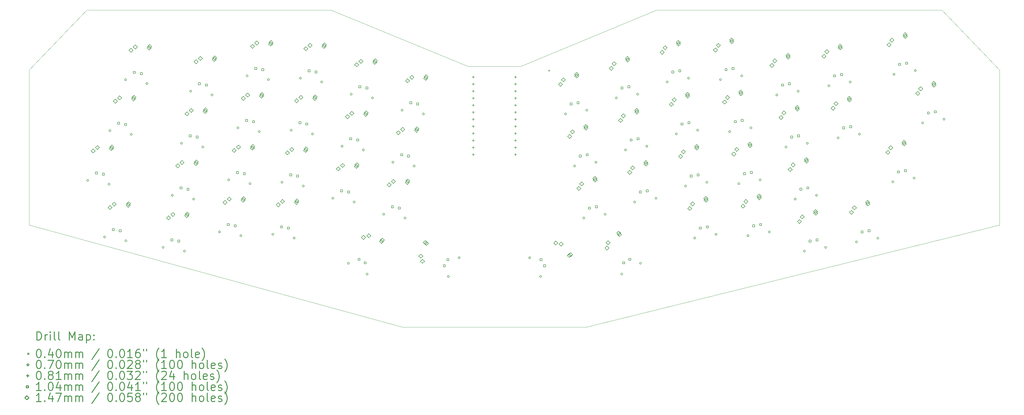
<source format=gbr>
%FSLAX45Y45*%
G04 Gerber Fmt 4.5, Leading zero omitted, Abs format (unit mm)*
G04 Created by KiCad (PCBNEW (5.1.4-0-10_14)) date 2022-04-12 01:14:40*
%MOMM*%
%LPD*%
G04 APERTURE LIST*
%ADD10C,0.100000*%
%ADD11C,0.200000*%
%ADD12C,0.300000*%
G04 APERTURE END LIST*
D10*
X17780000Y-15240000D02*
X21082000Y-15240000D01*
X24389680Y-15240000D02*
X39289000Y-11557000D01*
X39289000Y-9779000D02*
X39289000Y-11557000D01*
X4318000Y-11557000D02*
X4318000Y-9779000D01*
X17780000Y-15240000D02*
X4318000Y-11557000D01*
X24389680Y-15240000D02*
X21082000Y-15240000D01*
X6396000Y-3810000D02*
X7747000Y-3810000D01*
X4318000Y-5969000D02*
X6396000Y-3810000D01*
X37211000Y-3810000D02*
X26924000Y-3810000D01*
X39289000Y-5969000D02*
X37211000Y-3810000D01*
X15199890Y-3810000D02*
X7747000Y-3810000D01*
X39289000Y-9779000D02*
X39289000Y-5969000D01*
X4318000Y-9779000D02*
X4318000Y-5969000D01*
X20147680Y-5842000D02*
X15199890Y-3810000D01*
X22027680Y-5842000D02*
X26924000Y-3810000D01*
X20147680Y-5842000D02*
X22027680Y-5842000D01*
D11*
X23043200Y-5974400D02*
X23083200Y-6014400D01*
X23083200Y-5974400D02*
X23043200Y-6014400D01*
X6467957Y-9952370D02*
G75*
G03X6467957Y-9952370I-35000J0D01*
G01*
X7236107Y-10087815D02*
G75*
G03X7236107Y-10087815I-35000J0D01*
G01*
X15631812Y-8719933D02*
G75*
G03X15631812Y-8719933I-35000J0D01*
G01*
X16399962Y-8855379D02*
G75*
G03X16399962Y-8855379I-35000J0D01*
G01*
X11548895Y-9934392D02*
G75*
G03X11548895Y-9934392I-35000J0D01*
G01*
X12317045Y-10069838D02*
G75*
G03X12317045Y-10069838I-35000J0D01*
G01*
X15859180Y-12939644D02*
G75*
G03X15859180Y-12939644I-35000J0D01*
G01*
X16534680Y-13329644D02*
G75*
G03X16534680Y-13329644I-35000J0D01*
G01*
X7075186Y-11993828D02*
G75*
G03X7075186Y-11993828I-35000J0D01*
G01*
X7843336Y-12129274D02*
G75*
G03X7843336Y-12129274I-35000J0D01*
G01*
X22393525Y-12741413D02*
G75*
G03X22393525Y-12741413I-35000J0D01*
G01*
X28776995Y-10018990D02*
G75*
G03X28776995Y-10018990I-35000J0D01*
G01*
X11218095Y-11810451D02*
G75*
G03X11218095Y-11810451I-35000J0D01*
G01*
X11986245Y-11945897D02*
G75*
G03X11986245Y-11945897I-35000J0D01*
G01*
X25845398Y-8855379D02*
G75*
G03X25845398Y-8855379I-35000J0D01*
G01*
X26613548Y-8719933D02*
G75*
G03X26613548Y-8719933I-35000J0D01*
G01*
X9847352Y-8613861D02*
G75*
G03X9847352Y-8613861I-35000J0D01*
G01*
X10615502Y-8749306D02*
G75*
G03X10615502Y-8749306I-35000J0D01*
G01*
X17464459Y-9296935D02*
G75*
G03X17464459Y-9296935I-35000J0D01*
G01*
X18232609Y-9432380D02*
G75*
G03X18232609Y-9432380I-35000J0D01*
G01*
X13799165Y-8142931D02*
G75*
G03X13799165Y-8142931I-35000J0D01*
G01*
X14567315Y-8278377D02*
G75*
G03X14567315Y-8278377I-35000J0D01*
G01*
X15962612Y-6843874D02*
G75*
G03X15962612Y-6843874I-35000J0D01*
G01*
X36288340Y-5993502D02*
G75*
G03X36288340Y-5993502I-35000J0D01*
G01*
X28008845Y-10154436D02*
G75*
G03X28008845Y-10154436I-35000J0D01*
G01*
X24450102Y-7420876D02*
G75*
G03X24450102Y-7420876I-35000J0D01*
G01*
X31629858Y-8749306D02*
G75*
G03X31629858Y-8749306I-35000J0D01*
G01*
X32398008Y-8613861D02*
G75*
G03X32398008Y-8613861I-35000J0D01*
G01*
X23681952Y-7556322D02*
G75*
G03X23681952Y-7556322I-35000J0D01*
G01*
X14129965Y-6266873D02*
G75*
G03X14129965Y-6266873I-35000J0D01*
G01*
X14898115Y-6402318D02*
G75*
G03X14898115Y-6402318I-35000J0D01*
G01*
X35520190Y-6128948D02*
G75*
G03X35520190Y-6128948I-35000J0D01*
G01*
X13137565Y-11895049D02*
G75*
G03X13137565Y-11895049I-35000J0D01*
G01*
X16730762Y-6979320D02*
G75*
G03X16730762Y-6979320I-35000J0D01*
G01*
X29597516Y-8193779D02*
G75*
G03X29597516Y-8193779I-35000J0D01*
G01*
X31299058Y-6873247D02*
G75*
G03X31299058Y-6873247I-35000J0D01*
G01*
X13905715Y-12030494D02*
G75*
G03X13905715Y-12030494I-35000J0D01*
G01*
X9185753Y-12365978D02*
G75*
G03X9185753Y-12365978I-35000J0D01*
G01*
X9953903Y-12501424D02*
G75*
G03X9953903Y-12501424I-35000J0D01*
G01*
X30365666Y-8058333D02*
G75*
G03X30365666Y-8058333I-35000J0D01*
G01*
X15301012Y-10595992D02*
G75*
G03X15301012Y-10595992I-35000J0D01*
G01*
X16069162Y-10731437D02*
G75*
G03X16069162Y-10731437I-35000J0D01*
G01*
X33943267Y-6407002D02*
G75*
G03X33943267Y-6407002I-35000J0D01*
G01*
X11879694Y-8058333D02*
G75*
G03X11879694Y-8058333I-35000J0D01*
G01*
X12647844Y-8193779D02*
G75*
G03X12647844Y-8193779I-35000J0D01*
G01*
X27347245Y-6402318D02*
G75*
G03X27347245Y-6402318I-35000J0D01*
G01*
X30259115Y-11945897D02*
G75*
G03X30259115Y-11945897I-35000J0D01*
G01*
X31027265Y-11810451D02*
G75*
G03X31027265Y-11810451I-35000J0D01*
G01*
X7833078Y-6324302D02*
G75*
G03X7833078Y-6324302I-35000J0D01*
G01*
X8601228Y-6459748D02*
G75*
G03X8601228Y-6459748I-35000J0D01*
G01*
X32067208Y-6737802D02*
G75*
G03X32067208Y-6737802I-35000J0D01*
G01*
X33175117Y-6542448D02*
G75*
G03X33175117Y-6542448I-35000J0D01*
G01*
X28115395Y-6266873D02*
G75*
G03X28115395Y-6266873I-35000J0D01*
G01*
X7267771Y-8159011D02*
G75*
G03X7267771Y-8159011I-35000J0D01*
G01*
X8035921Y-8294457D02*
G75*
G03X8035921Y-8294457I-35000J0D01*
G01*
X18563408Y-7556322D02*
G75*
G03X18563408Y-7556322I-35000J0D01*
G01*
X17795258Y-7420876D02*
G75*
G03X17795258Y-7420876I-35000J0D01*
G01*
X36554512Y-7880957D02*
G75*
G03X36554512Y-7880957I-35000J0D01*
G01*
X25710680Y-13329644D02*
G75*
G03X25710680Y-13329644I-35000J0D01*
G01*
X26386180Y-12939644D02*
G75*
G03X26386180Y-12939644I-35000J0D01*
G01*
X37322662Y-7745511D02*
G75*
G03X37322662Y-7745511I-35000J0D01*
G01*
X19461835Y-13416913D02*
G75*
G03X19461835Y-13416913I-35000J0D01*
G01*
X19851835Y-12741413D02*
G75*
G03X19851835Y-12741413I-35000J0D01*
G01*
X33059607Y-12365978D02*
G75*
G03X33059607Y-12365978I-35000J0D01*
G01*
X35478268Y-10005115D02*
G75*
G03X35478268Y-10005115I-35000J0D01*
G01*
X36246418Y-9869670D02*
G75*
G03X36246418Y-9869670I-35000J0D01*
G01*
X32291457Y-12501424D02*
G75*
G03X32291457Y-12501424I-35000J0D01*
G01*
X28446195Y-8142931D02*
G75*
G03X28446195Y-8142931I-35000J0D01*
G01*
X27678045Y-8278377D02*
G75*
G03X27678045Y-8278377I-35000J0D01*
G01*
X26944348Y-10595992D02*
G75*
G03X26944348Y-10595992I-35000J0D01*
G01*
X26176198Y-10731437D02*
G75*
G03X26176198Y-10731437I-35000J0D01*
G01*
X30034866Y-6182275D02*
G75*
G03X30034866Y-6182275I-35000J0D01*
G01*
X29266716Y-6317720D02*
G75*
G03X29266716Y-6317720I-35000J0D01*
G01*
X22783525Y-13416913D02*
G75*
G03X22783525Y-13416913I-35000J0D01*
G01*
X33505917Y-8418507D02*
G75*
G03X33505917Y-8418507I-35000J0D01*
G01*
X34274067Y-8283061D02*
G75*
G03X34274067Y-8283061I-35000J0D01*
G01*
X10178152Y-6737802D02*
G75*
G03X10178152Y-6737802I-35000J0D01*
G01*
X10946302Y-6873247D02*
G75*
G03X10946302Y-6873247I-35000J0D01*
G01*
X24012751Y-9432380D02*
G75*
G03X24012751Y-9432380I-35000J0D01*
G01*
X24780901Y-9296935D02*
G75*
G03X24780901Y-9296935I-35000J0D01*
G01*
X9516552Y-10489919D02*
G75*
G03X9516552Y-10489919I-35000J0D01*
G01*
X34935666Y-12035178D02*
G75*
G03X34935666Y-12035178I-35000J0D01*
G01*
X24343551Y-11308439D02*
G75*
G03X24343551Y-11308439I-35000J0D01*
G01*
X25111701Y-11172994D02*
G75*
G03X25111701Y-11172994I-35000J0D01*
G01*
X10284702Y-10625365D02*
G75*
G03X10284702Y-10625365I-35000J0D01*
G01*
X34167516Y-12170624D02*
G75*
G03X34167516Y-12170624I-35000J0D01*
G01*
X17133659Y-11172994D02*
G75*
G03X17133659Y-11172994I-35000J0D01*
G01*
X17901809Y-11308439D02*
G75*
G03X17901809Y-11308439I-35000J0D01*
G01*
X28339644Y-12030494D02*
G75*
G03X28339644Y-12030494I-35000J0D01*
G01*
X29107794Y-11895049D02*
G75*
G03X29107794Y-11895049I-35000J0D01*
G01*
X13468365Y-10018990D02*
G75*
G03X13468365Y-10018990I-35000J0D01*
G01*
X14236515Y-10154436D02*
G75*
G03X14236515Y-10154436I-35000J0D01*
G01*
X12210494Y-6182275D02*
G75*
G03X12210494Y-6182275I-35000J0D01*
G01*
X12978644Y-6317720D02*
G75*
G03X12978644Y-6317720I-35000J0D01*
G01*
X29928315Y-10069838D02*
G75*
G03X29928315Y-10069838I-35000J0D01*
G01*
X30696465Y-9934392D02*
G75*
G03X30696465Y-9934392I-35000J0D01*
G01*
X25514598Y-6979320D02*
G75*
G03X25514598Y-6979320I-35000J0D01*
G01*
X26282748Y-6843874D02*
G75*
G03X26282748Y-6843874I-35000J0D01*
G01*
X31960658Y-10625365D02*
G75*
G03X31960658Y-10625365I-35000J0D01*
G01*
X32728808Y-10489919D02*
G75*
G03X32728808Y-10489919I-35000J0D01*
G01*
X20326820Y-6187200D02*
X20326820Y-6268480D01*
X20286180Y-6227840D02*
X20367460Y-6227840D01*
X20326820Y-6441200D02*
X20326820Y-6522480D01*
X20286180Y-6481840D02*
X20367460Y-6481840D01*
X20326820Y-6695200D02*
X20326820Y-6776480D01*
X20286180Y-6735840D02*
X20367460Y-6735840D01*
X20326820Y-6949200D02*
X20326820Y-7030480D01*
X20286180Y-6989840D02*
X20367460Y-6989840D01*
X20326820Y-7203200D02*
X20326820Y-7284480D01*
X20286180Y-7243840D02*
X20367460Y-7243840D01*
X20326820Y-7457200D02*
X20326820Y-7538480D01*
X20286180Y-7497840D02*
X20367460Y-7497840D01*
X20326820Y-7711200D02*
X20326820Y-7792480D01*
X20286180Y-7751840D02*
X20367460Y-7751840D01*
X20326820Y-7965200D02*
X20326820Y-8046480D01*
X20286180Y-8005840D02*
X20367460Y-8005840D01*
X20326820Y-8219200D02*
X20326820Y-8300480D01*
X20286180Y-8259840D02*
X20367460Y-8259840D01*
X20326820Y-8473200D02*
X20326820Y-8554480D01*
X20286180Y-8513840D02*
X20367460Y-8513840D01*
X20326820Y-8727200D02*
X20326820Y-8808480D01*
X20286180Y-8767840D02*
X20367460Y-8767840D01*
X20326820Y-8981200D02*
X20326820Y-9062480D01*
X20286180Y-9021840D02*
X20367460Y-9021840D01*
X21848820Y-6187200D02*
X21848820Y-6268480D01*
X21808180Y-6227840D02*
X21889460Y-6227840D01*
X21848820Y-6441200D02*
X21848820Y-6522480D01*
X21808180Y-6481840D02*
X21889460Y-6481840D01*
X21848820Y-6695200D02*
X21848820Y-6776480D01*
X21808180Y-6735840D02*
X21889460Y-6735840D01*
X21848820Y-6949200D02*
X21848820Y-7030480D01*
X21808180Y-6989840D02*
X21889460Y-6989840D01*
X21848820Y-7203200D02*
X21848820Y-7284480D01*
X21808180Y-7243840D02*
X21889460Y-7243840D01*
X21848820Y-7457200D02*
X21848820Y-7538480D01*
X21808180Y-7497840D02*
X21889460Y-7497840D01*
X21848820Y-7711200D02*
X21848820Y-7792480D01*
X21808180Y-7751840D02*
X21889460Y-7751840D01*
X21848820Y-7965200D02*
X21848820Y-8046480D01*
X21808180Y-8005840D02*
X21889460Y-8005840D01*
X21848820Y-8219200D02*
X21848820Y-8300480D01*
X21808180Y-8259840D02*
X21889460Y-8259840D01*
X21848820Y-8473200D02*
X21848820Y-8554480D01*
X21808180Y-8513840D02*
X21889460Y-8513840D01*
X21848820Y-8727200D02*
X21848820Y-8808480D01*
X21808180Y-8767840D02*
X21889460Y-8767840D01*
X21848820Y-8981200D02*
X21848820Y-9062480D01*
X21808180Y-9021840D02*
X21889460Y-9021840D01*
X10494060Y-6507565D02*
X10494060Y-6434025D01*
X10420520Y-6434025D01*
X10420520Y-6507565D01*
X10494060Y-6507565D01*
X9832460Y-10259682D02*
X9832460Y-10186143D01*
X9758920Y-10186143D01*
X9758920Y-10259682D01*
X9832460Y-10259682D01*
X32085640Y-8383624D02*
X32085640Y-8310084D01*
X32012100Y-8310084D01*
X32012100Y-8383624D01*
X32085640Y-8383624D01*
X32497098Y-12179848D02*
X32497098Y-12106308D01*
X32423559Y-12106308D01*
X32423559Y-12179848D01*
X32497098Y-12179848D01*
X32747240Y-12135741D02*
X32747240Y-12062201D01*
X32673700Y-12062201D01*
X32673700Y-12135741D01*
X32747240Y-12135741D01*
X12526402Y-5952038D02*
X12526402Y-5878498D01*
X12452862Y-5878498D01*
X12452862Y-5952038D01*
X12526402Y-5952038D01*
X12776543Y-5996144D02*
X12776543Y-5922604D01*
X12703003Y-5922604D01*
X12703003Y-5996144D01*
X12776543Y-5996144D01*
X15616920Y-10365755D02*
X15616920Y-10292215D01*
X15543380Y-10292215D01*
X15543380Y-10365755D01*
X15616920Y-10365755D01*
X15867061Y-10409861D02*
X15867061Y-10336322D01*
X15793521Y-10336322D01*
X15793521Y-10409861D01*
X15867061Y-10409861D01*
X31835499Y-8427730D02*
X31835499Y-8354190D01*
X31761959Y-8354190D01*
X31761959Y-8427730D01*
X31835499Y-8427730D01*
X23887593Y-7234746D02*
X23887593Y-7161206D01*
X23814053Y-7161206D01*
X23814053Y-7234746D01*
X23887593Y-7234746D01*
X24137734Y-7190639D02*
X24137734Y-7117099D01*
X24064194Y-7117099D01*
X24064194Y-7190639D01*
X24137734Y-7190639D01*
X10082601Y-10303789D02*
X10082601Y-10230249D01*
X10009061Y-10230249D01*
X10009061Y-10303789D01*
X10082601Y-10303789D01*
X25720239Y-6657744D02*
X25720239Y-6584204D01*
X25646700Y-6584204D01*
X25646700Y-6657744D01*
X25720239Y-6657744D01*
X18111166Y-7190639D02*
X18111166Y-7117099D01*
X18037626Y-7117099D01*
X18037626Y-7190639D01*
X18111166Y-7190639D01*
X18361307Y-7234746D02*
X18361307Y-7161206D01*
X18287767Y-7161206D01*
X18287767Y-7234746D01*
X18361307Y-7234746D01*
X35683909Y-9683539D02*
X35683909Y-9610000D01*
X35610369Y-9610000D01*
X35610369Y-9683539D01*
X35683909Y-9683539D01*
X10744201Y-6551671D02*
X10744201Y-6478132D01*
X10670661Y-6478132D01*
X10670661Y-6551671D01*
X10744201Y-6551671D01*
X13784273Y-9788753D02*
X13784273Y-9715213D01*
X13710733Y-9715213D01*
X13710733Y-9788753D01*
X13784273Y-9788753D01*
X14034414Y-9832860D02*
X14034414Y-9759320D01*
X13960874Y-9759320D01*
X13960874Y-9832860D01*
X14034414Y-9832860D01*
X19320142Y-13067168D02*
X19320142Y-12993629D01*
X19246602Y-12993629D01*
X19246602Y-13067168D01*
X19320142Y-13067168D01*
X19447142Y-12847198D02*
X19447142Y-12773658D01*
X19373602Y-12773658D01*
X19373602Y-12847198D01*
X19447142Y-12847198D01*
X35975973Y-5763265D02*
X35975973Y-5689725D01*
X35902433Y-5689725D01*
X35902433Y-5763265D01*
X35975973Y-5763265D01*
X10163260Y-8383624D02*
X10163260Y-8310084D01*
X10089720Y-8310084D01*
X10089720Y-8383624D01*
X10163260Y-8383624D01*
X22801758Y-12847198D02*
X22801758Y-12773658D01*
X22728218Y-12773658D01*
X22728218Y-12847198D01*
X22801758Y-12847198D01*
X22928758Y-13067168D02*
X22928758Y-12993629D01*
X22855218Y-12993629D01*
X22855218Y-13067168D01*
X22928758Y-13067168D01*
X35725831Y-5807372D02*
X35725831Y-5733832D01*
X35652292Y-5733832D01*
X35652292Y-5807372D01*
X35725831Y-5807372D01*
X9501660Y-12135741D02*
X9501660Y-12062201D01*
X9428120Y-12062201D01*
X9428120Y-12135741D01*
X9501660Y-12135741D01*
X10413401Y-8427730D02*
X10413401Y-8354190D01*
X10339861Y-8354190D01*
X10339861Y-8427730D01*
X10413401Y-8427730D01*
X17449566Y-10942756D02*
X17449566Y-10869217D01*
X17376027Y-10869217D01*
X17376027Y-10942756D01*
X17449566Y-10942756D01*
X17699708Y-10986863D02*
X17699708Y-10913323D01*
X17626168Y-10913323D01*
X17626168Y-10986863D01*
X17699708Y-10986863D01*
X16467435Y-12959951D02*
X16467435Y-12886411D01*
X16393895Y-12886411D01*
X16393895Y-12959951D01*
X16467435Y-12959951D01*
X9751801Y-12179848D02*
X9751801Y-12106308D01*
X9678262Y-12106308D01*
X9678262Y-12179848D01*
X9751801Y-12179848D01*
X16247465Y-12832951D02*
X16247465Y-12759411D01*
X16173925Y-12759411D01*
X16173925Y-12832951D01*
X16247465Y-12832951D01*
X25970381Y-6613637D02*
X25970381Y-6540097D01*
X25896841Y-6540097D01*
X25896841Y-6613637D01*
X25970381Y-6613637D01*
X35934050Y-9639433D02*
X35934050Y-9565893D01*
X35860510Y-9565893D01*
X35860510Y-9639433D01*
X35934050Y-9639433D01*
X12195602Y-7828096D02*
X12195602Y-7754557D01*
X12122062Y-7754557D01*
X12122062Y-7828096D01*
X12195602Y-7828096D01*
X12445743Y-7872203D02*
X12445743Y-7798663D01*
X12372203Y-7798663D01*
X12372203Y-7872203D01*
X12445743Y-7872203D01*
X16278519Y-6613637D02*
X16278519Y-6540097D01*
X16204979Y-6540097D01*
X16204979Y-6613637D01*
X16278519Y-6613637D01*
X16528660Y-6657744D02*
X16528660Y-6584204D01*
X16455121Y-6584204D01*
X16455121Y-6657744D01*
X16528660Y-6657744D01*
X11864802Y-9704155D02*
X11864802Y-9630615D01*
X11791262Y-9630615D01*
X11791262Y-9704155D01*
X11864802Y-9704155D01*
X33711558Y-8096930D02*
X33711558Y-8023391D01*
X33638018Y-8023391D01*
X33638018Y-8096930D01*
X33711558Y-8096930D01*
X33961699Y-8052824D02*
X33961699Y-7979284D01*
X33888159Y-7979284D01*
X33888159Y-8052824D01*
X33961699Y-8052824D01*
X12114943Y-9748262D02*
X12114943Y-9674722D01*
X12041403Y-9674722D01*
X12041403Y-9748262D01*
X12114943Y-9748262D01*
X31754840Y-6507565D02*
X31754840Y-6434025D01*
X31681300Y-6434025D01*
X31681300Y-6507565D01*
X31754840Y-6507565D01*
X24549192Y-10986863D02*
X24549192Y-10913323D01*
X24475652Y-10913323D01*
X24475652Y-10986863D01*
X24549192Y-10986863D01*
X24799333Y-10942756D02*
X24799333Y-10869217D01*
X24725794Y-10869217D01*
X24725794Y-10942756D01*
X24799333Y-10942756D01*
X29472357Y-5996144D02*
X29472357Y-5922604D01*
X29398817Y-5922604D01*
X29398817Y-5996144D01*
X29472357Y-5996144D01*
X29722498Y-5952038D02*
X29722498Y-5878498D01*
X29648958Y-5878498D01*
X29648958Y-5952038D01*
X29722498Y-5952038D01*
X31504699Y-6551671D02*
X31504699Y-6478132D01*
X31431159Y-6478132D01*
X31431159Y-6551671D01*
X31504699Y-6551671D01*
X25781465Y-12959951D02*
X25781465Y-12886411D01*
X25707925Y-12886411D01*
X25707925Y-12959951D01*
X25781465Y-12959951D01*
X26001435Y-12832951D02*
X26001435Y-12759411D01*
X25927895Y-12759411D01*
X25927895Y-12832951D01*
X26001435Y-12832951D01*
X28545285Y-11708918D02*
X28545285Y-11635379D01*
X28471746Y-11635379D01*
X28471746Y-11708918D01*
X28545285Y-11708918D01*
X28795427Y-11664812D02*
X28795427Y-11591272D01*
X28721887Y-11591272D01*
X28721887Y-11664812D01*
X28795427Y-11664812D01*
X14445872Y-6036635D02*
X14445872Y-5963096D01*
X14372333Y-5963096D01*
X14372333Y-6036635D01*
X14445872Y-6036635D01*
X14696014Y-6080742D02*
X14696014Y-6007202D01*
X14622474Y-6007202D01*
X14622474Y-6080742D01*
X14696014Y-6080742D01*
X30464756Y-11624321D02*
X30464756Y-11550781D01*
X30391216Y-11550781D01*
X30391216Y-11624321D01*
X30464756Y-11624321D01*
X30714897Y-11580214D02*
X30714897Y-11506674D01*
X30641358Y-11506674D01*
X30641358Y-11580214D01*
X30714897Y-11580214D01*
X30133956Y-9748262D02*
X30133956Y-9674722D01*
X30060417Y-9674722D01*
X30060417Y-9748262D01*
X30133956Y-9748262D01*
X30384098Y-9704155D02*
X30384098Y-9630615D01*
X30310558Y-9630615D01*
X30310558Y-9704155D01*
X30384098Y-9704155D01*
X8148986Y-6094065D02*
X8148986Y-6020525D01*
X8075446Y-6020525D01*
X8075446Y-6094065D01*
X8148986Y-6094065D01*
X8399127Y-6138172D02*
X8399127Y-6064632D01*
X8325587Y-6064632D01*
X8325587Y-6138172D01*
X8399127Y-6138172D01*
X11534002Y-11580214D02*
X11534002Y-11506674D01*
X11460463Y-11506674D01*
X11460463Y-11580214D01*
X11534002Y-11580214D01*
X11784144Y-11624321D02*
X11784144Y-11550781D01*
X11710604Y-11550781D01*
X11710604Y-11624321D01*
X11784144Y-11624321D01*
X33630899Y-6176765D02*
X33630899Y-6103225D01*
X33557359Y-6103225D01*
X33557359Y-6176765D01*
X33630899Y-6176765D01*
X26381839Y-10409861D02*
X26381839Y-10336322D01*
X26308299Y-10336322D01*
X26308299Y-10409861D01*
X26381839Y-10409861D01*
X26631980Y-10365755D02*
X26631980Y-10292215D01*
X26558440Y-10292215D01*
X26558440Y-10365755D01*
X26631980Y-10365755D01*
X13453473Y-11664812D02*
X13453473Y-11591272D01*
X13379933Y-11591272D01*
X13379933Y-11664812D01*
X13453473Y-11664812D01*
X27552886Y-6080742D02*
X27552886Y-6007202D01*
X27479346Y-6007202D01*
X27479346Y-6080742D01*
X27552886Y-6080742D01*
X27803027Y-6036635D02*
X27803027Y-5963096D01*
X27729488Y-5963096D01*
X27729488Y-6036635D01*
X27803027Y-6036635D01*
X26051039Y-8533803D02*
X26051039Y-8460263D01*
X25977499Y-8460263D01*
X25977499Y-8533803D01*
X26051039Y-8533803D01*
X26301180Y-8489696D02*
X26301180Y-8416156D01*
X26227641Y-8416156D01*
X26227641Y-8489696D01*
X26301180Y-8489696D01*
X28214486Y-9832860D02*
X28214486Y-9759320D01*
X28140946Y-9759320D01*
X28140946Y-9832860D01*
X28214486Y-9832860D01*
X28464627Y-9788753D02*
X28464627Y-9715213D01*
X28391087Y-9715213D01*
X28391087Y-9788753D01*
X28464627Y-9788753D01*
X7833820Y-7972881D02*
X7833820Y-7899341D01*
X7760280Y-7899341D01*
X7760280Y-7972881D01*
X7833820Y-7972881D01*
X13703614Y-11708918D02*
X13703614Y-11635379D01*
X13630074Y-11635379D01*
X13630074Y-11708918D01*
X13703614Y-11708918D01*
X33380758Y-6220872D02*
X33380758Y-6147332D01*
X33307218Y-6147332D01*
X33307218Y-6220872D01*
X33380758Y-6220872D01*
X7583679Y-7928774D02*
X7583679Y-7855234D01*
X7510139Y-7855234D01*
X7510139Y-7928774D01*
X7583679Y-7928774D01*
X36760153Y-7559381D02*
X36760153Y-7485841D01*
X36686613Y-7485841D01*
X36686613Y-7559381D01*
X36760153Y-7559381D01*
X27883686Y-7956801D02*
X27883686Y-7883261D01*
X27810146Y-7883261D01*
X27810146Y-7956801D01*
X27883686Y-7956801D01*
X28133827Y-7912694D02*
X28133827Y-7839154D01*
X28060287Y-7839154D01*
X28060287Y-7912694D01*
X28133827Y-7912694D01*
X34373157Y-11849048D02*
X34373157Y-11775508D01*
X34299617Y-11775508D01*
X34299617Y-11849048D01*
X34373157Y-11849048D01*
X37010294Y-7515274D02*
X37010294Y-7441734D01*
X36936755Y-7441734D01*
X36936755Y-7515274D01*
X37010294Y-7515274D01*
X32166299Y-10303789D02*
X32166299Y-10230249D01*
X32092759Y-10230249D01*
X32092759Y-10303789D01*
X32166299Y-10303789D01*
X32416440Y-10259682D02*
X32416440Y-10186143D01*
X32342900Y-10186143D01*
X32342900Y-10259682D01*
X32416440Y-10259682D01*
X29803157Y-7872203D02*
X29803157Y-7798663D01*
X29729617Y-7798663D01*
X29729617Y-7872203D01*
X29803157Y-7872203D01*
X14115073Y-7912694D02*
X14115073Y-7839154D01*
X14041533Y-7839154D01*
X14041533Y-7912694D01*
X14115073Y-7912694D01*
X14365214Y-7956801D02*
X14365214Y-7883261D01*
X14291674Y-7883261D01*
X14291674Y-7956801D01*
X14365214Y-7956801D01*
X6783864Y-9722133D02*
X6783864Y-9648593D01*
X6710325Y-9648593D01*
X6710325Y-9722133D01*
X6783864Y-9722133D01*
X7034006Y-9766239D02*
X7034006Y-9692700D01*
X6960466Y-9692700D01*
X6960466Y-9766239D01*
X7034006Y-9766239D01*
X30053298Y-7828096D02*
X30053298Y-7754557D01*
X29979758Y-7754557D01*
X29979758Y-7828096D01*
X30053298Y-7828096D01*
X7391094Y-11763591D02*
X7391094Y-11690052D01*
X7317554Y-11690052D01*
X7317554Y-11763591D01*
X7391094Y-11763591D01*
X7641235Y-11807698D02*
X7641235Y-11734158D01*
X7567695Y-11734158D01*
X7567695Y-11807698D01*
X7641235Y-11807698D01*
X34623298Y-11804941D02*
X34623298Y-11731401D01*
X34549759Y-11731401D01*
X34549759Y-11804941D01*
X34623298Y-11804941D01*
X24218392Y-9110804D02*
X24218392Y-9037265D01*
X24144853Y-9037265D01*
X24144853Y-9110804D01*
X24218392Y-9110804D01*
X24468534Y-9066698D02*
X24468534Y-8993158D01*
X24394994Y-8993158D01*
X24394994Y-9066698D01*
X24468534Y-9066698D01*
X17780366Y-9066698D02*
X17780366Y-8993158D01*
X17706826Y-8993158D01*
X17706826Y-9066698D01*
X17780366Y-9066698D01*
X18030507Y-9110804D02*
X18030507Y-9037265D01*
X17956968Y-9037265D01*
X17956968Y-9110804D01*
X18030507Y-9110804D01*
X15947719Y-8489696D02*
X15947719Y-8416156D01*
X15874180Y-8416156D01*
X15874180Y-8489696D01*
X15947719Y-8489696D01*
X16197861Y-8533803D02*
X16197861Y-8460263D01*
X16124321Y-8460263D01*
X16124321Y-8533803D01*
X16197861Y-8533803D01*
X10339468Y-5749765D02*
X10412968Y-5676265D01*
X10339468Y-5602765D01*
X10265968Y-5676265D01*
X10339468Y-5749765D01*
X10493831Y-5628731D02*
X10567331Y-5555231D01*
X10493831Y-5481731D01*
X10420331Y-5555231D01*
X10493831Y-5628731D01*
X10994917Y-5666314D02*
X11068417Y-5592814D01*
X10994917Y-5519315D01*
X10921417Y-5592814D01*
X10994917Y-5666314D01*
X11008928Y-5609890D02*
X11082428Y-5536390D01*
X11008928Y-5462890D01*
X10935428Y-5536390D01*
X11008928Y-5609890D01*
X13784044Y-8909919D02*
X13857544Y-8836419D01*
X13784044Y-8762919D01*
X13710544Y-8836419D01*
X13784044Y-8909919D01*
X35306600Y-5137785D02*
X35380100Y-5064285D01*
X35306600Y-4990785D01*
X35233100Y-5064285D01*
X35306600Y-5137785D01*
X35887847Y-4777377D02*
X35961347Y-4703877D01*
X35887847Y-4630377D01*
X35814347Y-4703877D01*
X35887847Y-4777377D01*
X35893979Y-4835191D02*
X35967479Y-4761691D01*
X35893979Y-4688191D01*
X35820479Y-4761691D01*
X35893979Y-4835191D01*
X14299141Y-8891078D02*
X14372641Y-8817578D01*
X14299141Y-8744078D01*
X14225641Y-8817578D01*
X14299141Y-8891078D01*
X35410258Y-4971255D02*
X35483758Y-4897755D01*
X35410258Y-4824255D01*
X35336758Y-4897755D01*
X35410258Y-4971255D01*
X13629682Y-9030953D02*
X13703182Y-8957453D01*
X13629682Y-8883953D01*
X13556182Y-8957453D01*
X13629682Y-9030953D01*
X14285130Y-8947503D02*
X14358630Y-8874003D01*
X14285130Y-8800503D01*
X14211630Y-8874003D01*
X14285130Y-8947503D01*
X9347069Y-11377941D02*
X9420569Y-11304441D01*
X9347069Y-11230941D01*
X9273569Y-11304441D01*
X9347069Y-11377941D01*
X9501432Y-11256907D02*
X9574932Y-11183407D01*
X9501432Y-11109907D01*
X9427932Y-11183407D01*
X9501432Y-11256907D01*
X10002518Y-11294491D02*
X10076018Y-11220991D01*
X10002518Y-11147491D01*
X9929018Y-11220991D01*
X10002518Y-11294491D01*
X17048651Y-12180299D02*
X17122151Y-12106799D01*
X17048651Y-12033299D01*
X16975151Y-12106799D01*
X17048651Y-12180299D01*
X16371724Y-12082769D02*
X16445224Y-12009269D01*
X16371724Y-11935769D01*
X16298224Y-12009269D01*
X16371724Y-12082769D01*
X16558174Y-12021830D02*
X16631674Y-11948330D01*
X16558174Y-11874830D01*
X16484674Y-11948330D01*
X16558174Y-12021830D01*
X10016529Y-11238066D02*
X10090029Y-11164567D01*
X10016529Y-11091067D01*
X9943029Y-11164567D01*
X10016529Y-11238066D01*
X9677869Y-9501882D02*
X9751369Y-9428382D01*
X9677869Y-9354882D01*
X9604369Y-9428382D01*
X9677869Y-9501882D01*
X9832231Y-9380848D02*
X9905731Y-9307348D01*
X9832231Y-9233848D01*
X9758731Y-9307348D01*
X9832231Y-9380848D01*
X10333318Y-9418432D02*
X10406818Y-9344932D01*
X10333318Y-9271432D01*
X10259818Y-9344932D01*
X10333318Y-9418432D01*
X10347328Y-9362008D02*
X10420828Y-9288508D01*
X10347328Y-9215008D01*
X10273828Y-9288508D01*
X10347328Y-9362008D01*
X10008669Y-7625824D02*
X10082169Y-7552324D01*
X10008669Y-7478824D01*
X9935169Y-7552324D01*
X10008669Y-7625824D01*
X10163031Y-7504790D02*
X10236531Y-7431290D01*
X10163031Y-7357790D01*
X10089531Y-7431290D01*
X10163031Y-7504790D01*
X23297900Y-12282958D02*
X23371400Y-12209458D01*
X23297900Y-12135958D01*
X23224400Y-12209458D01*
X23297900Y-12282958D01*
X23489839Y-12323407D02*
X23563339Y-12249907D01*
X23489839Y-12176407D01*
X23416339Y-12249907D01*
X23489839Y-12323407D01*
X23783141Y-12731420D02*
X23856641Y-12657920D01*
X23783141Y-12584420D01*
X23709641Y-12657920D01*
X23783141Y-12731420D01*
X23835370Y-12705884D02*
X23908870Y-12632384D01*
X23835370Y-12558884D01*
X23761870Y-12632384D01*
X23835370Y-12705884D01*
X17964435Y-10045082D02*
X18037935Y-9971582D01*
X17964435Y-9898082D01*
X17890935Y-9971582D01*
X17964435Y-10045082D01*
X17016186Y-12228529D02*
X17089686Y-12155029D01*
X17016186Y-12081529D01*
X16942686Y-12155029D01*
X17016186Y-12228529D01*
X18435521Y-12756420D02*
X18509021Y-12682920D01*
X18435521Y-12609420D01*
X18362021Y-12682920D01*
X18435521Y-12756420D01*
X18496460Y-12942869D02*
X18569960Y-12869369D01*
X18496460Y-12795869D01*
X18422960Y-12869369D01*
X18496460Y-12942869D01*
X18593990Y-12265943D02*
X18667490Y-12192443D01*
X18593990Y-12118943D01*
X18520490Y-12192443D01*
X18593990Y-12265943D01*
X18642219Y-12298407D02*
X18715719Y-12224907D01*
X18642219Y-12151407D01*
X18568719Y-12224907D01*
X18642219Y-12298407D01*
X10664117Y-7542373D02*
X10737617Y-7468873D01*
X10664117Y-7395373D01*
X10590617Y-7468873D01*
X10664117Y-7542373D01*
X10678128Y-7485949D02*
X10751628Y-7412449D01*
X10678128Y-7338949D01*
X10604628Y-7412449D01*
X10678128Y-7485949D01*
X17294975Y-10184956D02*
X17368475Y-10111456D01*
X17294975Y-10037956D01*
X17221475Y-10111456D01*
X17294975Y-10184956D01*
X17449338Y-10063922D02*
X17522838Y-9990422D01*
X17449338Y-9916922D01*
X17375838Y-9990422D01*
X17449338Y-10063922D01*
X17950424Y-10101506D02*
X18023924Y-10028006D01*
X17950424Y-9954506D01*
X17876924Y-10028006D01*
X17950424Y-10101506D01*
X12371811Y-5194238D02*
X12445311Y-5120738D01*
X12371811Y-5047238D01*
X12298311Y-5120738D01*
X12371811Y-5194238D01*
X12526173Y-5073204D02*
X12599673Y-4999704D01*
X12526173Y-4926204D01*
X12452673Y-4999704D01*
X12526173Y-5073204D01*
X13027259Y-5110787D02*
X13100759Y-5037287D01*
X13027259Y-4963787D01*
X12953759Y-5037287D01*
X13027259Y-5110787D01*
X13041270Y-5054363D02*
X13114770Y-4980863D01*
X13041270Y-4907363D01*
X12967770Y-4980863D01*
X13041270Y-5054363D01*
X15462328Y-9607955D02*
X15535828Y-9534455D01*
X15462328Y-9460955D01*
X15388828Y-9534455D01*
X15462328Y-9607955D01*
X23468362Y-6565159D02*
X23541862Y-6491659D01*
X23468362Y-6418159D01*
X23394862Y-6491659D01*
X23468362Y-6565159D01*
X23572019Y-6398629D02*
X23645519Y-6325129D01*
X23572019Y-6251629D01*
X23498519Y-6325129D01*
X23572019Y-6398629D01*
X24049608Y-6204751D02*
X24123108Y-6131251D01*
X24049608Y-6057751D01*
X23976108Y-6131251D01*
X24049608Y-6204751D01*
X24055740Y-6262564D02*
X24129240Y-6189064D01*
X24055740Y-6115564D01*
X23982240Y-6189064D01*
X24055740Y-6262564D01*
X31416268Y-7758143D02*
X31489768Y-7684643D01*
X31416268Y-7611143D01*
X31342768Y-7684643D01*
X31416268Y-7758143D01*
X31519925Y-7591614D02*
X31593425Y-7518114D01*
X31519925Y-7444614D01*
X31446425Y-7518114D01*
X31519925Y-7591614D01*
X31997514Y-7397736D02*
X32071014Y-7324236D01*
X31997514Y-7250736D01*
X31924014Y-7324236D01*
X31997514Y-7397736D01*
X32003647Y-7455549D02*
X32077147Y-7382049D01*
X32003647Y-7308549D01*
X31930147Y-7382049D01*
X32003647Y-7455549D01*
X32077867Y-11510261D02*
X32151367Y-11436761D01*
X32077867Y-11363261D01*
X32004367Y-11436761D01*
X32077867Y-11510261D01*
X32181525Y-11343731D02*
X32255025Y-11270231D01*
X32181525Y-11196731D01*
X32108025Y-11270231D01*
X32181525Y-11343731D01*
X32659114Y-11149853D02*
X32732614Y-11076353D01*
X32659114Y-11002853D01*
X32585614Y-11076353D01*
X32659114Y-11149853D01*
X32665246Y-11207667D02*
X32738746Y-11134167D01*
X32665246Y-11060667D01*
X32591746Y-11134167D01*
X32665246Y-11207667D01*
X25301008Y-5988157D02*
X25374508Y-5914657D01*
X25301008Y-5841157D01*
X25227508Y-5914657D01*
X25301008Y-5988157D01*
X11864573Y-8825321D02*
X11938073Y-8751821D01*
X11864573Y-8678321D01*
X11791073Y-8751821D01*
X11864573Y-8825321D01*
X11710211Y-8946355D02*
X11783711Y-8872855D01*
X11710211Y-8799355D01*
X11636711Y-8872855D01*
X11710211Y-8946355D01*
X12365660Y-8862905D02*
X12439160Y-8789405D01*
X12365660Y-8715905D01*
X12292160Y-8789405D01*
X12365660Y-8862905D01*
X12379670Y-8806481D02*
X12453170Y-8732981D01*
X12379670Y-8659481D01*
X12306170Y-8732981D01*
X12379670Y-8806481D01*
X31085468Y-5882085D02*
X31158968Y-5808585D01*
X31085468Y-5735085D01*
X31011968Y-5808585D01*
X31085468Y-5882085D01*
X31189125Y-5715555D02*
X31262625Y-5642055D01*
X31189125Y-5568555D01*
X31115625Y-5642055D01*
X31189125Y-5715555D01*
X31666714Y-5521677D02*
X31740214Y-5448177D01*
X31666714Y-5374677D01*
X31593214Y-5448177D01*
X31666714Y-5521677D01*
X31672847Y-5579490D02*
X31746347Y-5505990D01*
X31672847Y-5432490D01*
X31599347Y-5505990D01*
X31672847Y-5579490D01*
X15616691Y-9486921D02*
X15690191Y-9413421D01*
X15616691Y-9339921D01*
X15543191Y-9413421D01*
X15616691Y-9486921D01*
X16117777Y-9524504D02*
X16191277Y-9451004D01*
X16117777Y-9377504D01*
X16044277Y-9451004D01*
X16117777Y-9524504D01*
X16131788Y-9468080D02*
X16205288Y-9394580D01*
X16131788Y-9321080D01*
X16058288Y-9394580D01*
X16131788Y-9468080D01*
X7994395Y-5336265D02*
X8067895Y-5262765D01*
X7994395Y-5189265D01*
X7920895Y-5262765D01*
X7994395Y-5336265D01*
X8148757Y-5215231D02*
X8222257Y-5141731D01*
X8148757Y-5068231D01*
X8075257Y-5141731D01*
X8148757Y-5215231D01*
X25404666Y-5821627D02*
X25478166Y-5748127D01*
X25404666Y-5674627D01*
X25331166Y-5748127D01*
X25404666Y-5821627D01*
X25882255Y-5627749D02*
X25955755Y-5554249D01*
X25882255Y-5480749D01*
X25808755Y-5554249D01*
X25882255Y-5627749D01*
X25888387Y-5685563D02*
X25961887Y-5612063D01*
X25888387Y-5538563D01*
X25814887Y-5612063D01*
X25888387Y-5685563D01*
X8649844Y-5252815D02*
X8723344Y-5179315D01*
X8649844Y-5105815D01*
X8576344Y-5179315D01*
X8649844Y-5252815D01*
X8663854Y-5196391D02*
X8737354Y-5122891D01*
X8663854Y-5049391D01*
X8590354Y-5122891D01*
X8663854Y-5196391D01*
X17956575Y-6432839D02*
X18030075Y-6359339D01*
X17956575Y-6285839D01*
X17883075Y-6359339D01*
X17956575Y-6432839D01*
X18110937Y-6311805D02*
X18184437Y-6238305D01*
X18110937Y-6164805D01*
X18037437Y-6238305D01*
X18110937Y-6311805D01*
X18612024Y-6349389D02*
X18685524Y-6275889D01*
X18612024Y-6202389D01*
X18538524Y-6275889D01*
X18612024Y-6349389D01*
X18626034Y-6292964D02*
X18699534Y-6219464D01*
X18626034Y-6145964D01*
X18552534Y-6219464D01*
X18626034Y-6292964D01*
X32961527Y-5551285D02*
X33035027Y-5477785D01*
X32961527Y-5404285D01*
X32888027Y-5477785D01*
X32961527Y-5551285D01*
X33065184Y-5384755D02*
X33138684Y-5311255D01*
X33065184Y-5237755D01*
X32991684Y-5311255D01*
X33065184Y-5384755D01*
X33542773Y-5190877D02*
X33616273Y-5117377D01*
X33542773Y-5043877D01*
X33469273Y-5117377D01*
X33542773Y-5190877D01*
X33548906Y-5248691D02*
X33622406Y-5175191D01*
X33548906Y-5101691D01*
X33475406Y-5175191D01*
X33548906Y-5248691D01*
X11379411Y-10822414D02*
X11452911Y-10748914D01*
X11379411Y-10675414D01*
X11305911Y-10748914D01*
X11379411Y-10822414D01*
X11533774Y-10701380D02*
X11607274Y-10627880D01*
X11533774Y-10554380D01*
X11460274Y-10627880D01*
X11533774Y-10701380D01*
X12034860Y-10738964D02*
X12108360Y-10665464D01*
X12034860Y-10591964D01*
X11961360Y-10665464D01*
X12034860Y-10738964D01*
X12048871Y-10682539D02*
X12122371Y-10609039D01*
X12048871Y-10535539D01*
X11975371Y-10609039D01*
X12048871Y-10682539D01*
X13298882Y-10907012D02*
X13372382Y-10833512D01*
X13298882Y-10760012D01*
X13225382Y-10833512D01*
X13298882Y-10907012D01*
X13453244Y-10785978D02*
X13526744Y-10712478D01*
X13453244Y-10638978D01*
X13379744Y-10712478D01*
X13453244Y-10785978D01*
X13954331Y-10823562D02*
X14027831Y-10750062D01*
X13954331Y-10676562D01*
X13880831Y-10750062D01*
X13954331Y-10823562D01*
X13968341Y-10767137D02*
X14041841Y-10693637D01*
X13968341Y-10620137D01*
X13894841Y-10693637D01*
X13968341Y-10767137D01*
X31747068Y-9634202D02*
X31820568Y-9560702D01*
X31747068Y-9487202D01*
X31673568Y-9560702D01*
X31747068Y-9634202D01*
X31850725Y-9467672D02*
X31924225Y-9394172D01*
X31850725Y-9320672D01*
X31777225Y-9394172D01*
X31850725Y-9467672D01*
X32328314Y-9273794D02*
X32401814Y-9200294D01*
X32328314Y-9126794D01*
X32254814Y-9200294D01*
X32328314Y-9273794D01*
X32334446Y-9331608D02*
X32407946Y-9258108D01*
X32334446Y-9184608D01*
X32260946Y-9258108D01*
X32334446Y-9331608D01*
X6629273Y-8964333D02*
X6702773Y-8890833D01*
X6629273Y-8817333D01*
X6555773Y-8890833D01*
X6629273Y-8964333D01*
X6783636Y-8843299D02*
X6857136Y-8769799D01*
X6783636Y-8696299D01*
X6710136Y-8769799D01*
X6783636Y-8843299D01*
X7284722Y-8880882D02*
X7358222Y-8807382D01*
X7284722Y-8733882D01*
X7211222Y-8807382D01*
X7284722Y-8880882D01*
X24717340Y-10014682D02*
X24790840Y-9941182D01*
X24717340Y-9867682D01*
X24643840Y-9941182D01*
X24717340Y-10014682D01*
X12041011Y-7070296D02*
X12114511Y-6996796D01*
X12041011Y-6923296D01*
X11967511Y-6996796D01*
X12041011Y-7070296D01*
X12195373Y-6949262D02*
X12268873Y-6875762D01*
X12195373Y-6802262D01*
X12121873Y-6875762D01*
X12195373Y-6949262D01*
X12696459Y-6986846D02*
X12769959Y-6913346D01*
X12696459Y-6839846D01*
X12622959Y-6913346D01*
X12696459Y-6986846D01*
X12710470Y-6930422D02*
X12783970Y-6856922D01*
X12710470Y-6783422D01*
X12636970Y-6856922D01*
X12710470Y-6930422D01*
X16123928Y-5855837D02*
X16197428Y-5782337D01*
X16123928Y-5708837D01*
X16050428Y-5782337D01*
X16123928Y-5855837D01*
X16278290Y-5734803D02*
X16351790Y-5661303D01*
X16278290Y-5587803D01*
X16204790Y-5661303D01*
X16278290Y-5734803D01*
X35264678Y-9013953D02*
X35338178Y-8940453D01*
X35264678Y-8866953D01*
X35191178Y-8940453D01*
X35264678Y-9013953D01*
X35845924Y-8653545D02*
X35919424Y-8580045D01*
X35845924Y-8506545D01*
X35772424Y-8580045D01*
X35845924Y-8653545D01*
X35852057Y-8711358D02*
X35925557Y-8637858D01*
X35852057Y-8564358D01*
X35778557Y-8637858D01*
X35852057Y-8711358D01*
X16779377Y-5772387D02*
X16852877Y-5698887D01*
X16779377Y-5625387D01*
X16705877Y-5698887D01*
X16779377Y-5772387D01*
X16793388Y-5715963D02*
X16866888Y-5642463D01*
X16793388Y-5568963D01*
X16719888Y-5642463D01*
X16793388Y-5715963D01*
X35368335Y-8847423D02*
X35441835Y-8773923D01*
X35368335Y-8700423D01*
X35294835Y-8773923D01*
X35368335Y-8847423D01*
X33292327Y-7427344D02*
X33365827Y-7353844D01*
X33292327Y-7280344D01*
X33218827Y-7353844D01*
X33292327Y-7427344D01*
X33395984Y-7260814D02*
X33469484Y-7187314D01*
X33395984Y-7113814D01*
X33322484Y-7187314D01*
X33395984Y-7260814D01*
X33873573Y-7066936D02*
X33947073Y-6993436D01*
X33873573Y-6919936D01*
X33800073Y-6993436D01*
X33873573Y-7066936D01*
X33879705Y-7124749D02*
X33953205Y-7051249D01*
X33879705Y-6977749D01*
X33806205Y-7051249D01*
X33879705Y-7124749D01*
X29053126Y-5326558D02*
X29126626Y-5253058D01*
X29053126Y-5179558D01*
X28979626Y-5253058D01*
X29053126Y-5326558D01*
X29156783Y-5160028D02*
X29230283Y-5086528D01*
X29156783Y-5013028D01*
X29083283Y-5086528D01*
X29156783Y-5160028D01*
X29634372Y-4966150D02*
X29707872Y-4892650D01*
X29634372Y-4819150D01*
X29560872Y-4892650D01*
X29634372Y-4966150D01*
X29640505Y-5023963D02*
X29714005Y-4950463D01*
X29640505Y-4876963D01*
X29567005Y-4950463D01*
X29640505Y-5023963D01*
X25962608Y-9740275D02*
X26036108Y-9666775D01*
X25962608Y-9593275D01*
X25889108Y-9666775D01*
X25962608Y-9740275D01*
X26066265Y-9573745D02*
X26139765Y-9500245D01*
X26066265Y-9426745D01*
X25992765Y-9500245D01*
X26066265Y-9573745D01*
X7298733Y-8824458D02*
X7372233Y-8750958D01*
X7298733Y-8677458D01*
X7225233Y-8750958D01*
X7298733Y-8824458D01*
X26543854Y-9379867D02*
X26617354Y-9306367D01*
X26543854Y-9232867D01*
X26470354Y-9306367D01*
X26543854Y-9379867D01*
X26549987Y-9437680D02*
X26623487Y-9364180D01*
X26549987Y-9290680D01*
X26476487Y-9364180D01*
X26549987Y-9437680D01*
X29383926Y-7202616D02*
X29457426Y-7129116D01*
X29383926Y-7055616D01*
X29310426Y-7129116D01*
X29383926Y-7202616D01*
X29487583Y-7036086D02*
X29561083Y-6962586D01*
X29487583Y-6889086D01*
X29414083Y-6962586D01*
X29487583Y-7036086D01*
X29965172Y-6842208D02*
X30038672Y-6768708D01*
X29965172Y-6695208D01*
X29891672Y-6768708D01*
X29965172Y-6842208D01*
X29971304Y-6900022D02*
X30044804Y-6826522D01*
X29971304Y-6753022D01*
X29897804Y-6826522D01*
X29971304Y-6900022D01*
X27464455Y-7287214D02*
X27537955Y-7213714D01*
X27464455Y-7140214D01*
X27390955Y-7213714D01*
X27464455Y-7287214D01*
X27568112Y-7120684D02*
X27641612Y-7047184D01*
X27568112Y-6973684D01*
X27494612Y-7047184D01*
X27568112Y-7120684D01*
X28045701Y-6926806D02*
X28119201Y-6853306D01*
X28045701Y-6779806D01*
X27972201Y-6853306D01*
X28045701Y-6926806D01*
X28051834Y-6984620D02*
X28125334Y-6911120D01*
X28051834Y-6837620D01*
X27978334Y-6911120D01*
X28051834Y-6984620D01*
X7236503Y-11005791D02*
X7310003Y-10932291D01*
X7236503Y-10858791D01*
X7163003Y-10932291D01*
X7236503Y-11005791D01*
X7390865Y-10884757D02*
X7464365Y-10811257D01*
X7390865Y-10737757D01*
X7317365Y-10811257D01*
X7390865Y-10884757D01*
X7891952Y-10922341D02*
X7965452Y-10848841D01*
X7891952Y-10775341D01*
X7818452Y-10848841D01*
X7891952Y-10922341D01*
X7905962Y-10865917D02*
X7979462Y-10792417D01*
X7905962Y-10718917D01*
X7832462Y-10792417D01*
X7905962Y-10865917D01*
X25143724Y-12463769D02*
X25217224Y-12390269D01*
X25143724Y-12316769D01*
X25070224Y-12390269D01*
X25143724Y-12463769D01*
X25184174Y-12271830D02*
X25257674Y-12198330D01*
X25184174Y-12124830D01*
X25110674Y-12198330D01*
X25184174Y-12271830D01*
X25566650Y-11926299D02*
X25640150Y-11852799D01*
X25566650Y-11779299D01*
X25493150Y-11852799D01*
X25566650Y-11926299D01*
X25592186Y-11978529D02*
X25665686Y-11905029D01*
X25592186Y-11831529D01*
X25518686Y-11905029D01*
X25592186Y-11978529D01*
X24129961Y-10317276D02*
X24203461Y-10243776D01*
X24129961Y-10170276D01*
X24056461Y-10243776D01*
X24129961Y-10317276D01*
X24233618Y-10150746D02*
X24307118Y-10077246D01*
X24233618Y-10003746D01*
X24160118Y-10077246D01*
X24233618Y-10150746D01*
X24711207Y-9956869D02*
X24784707Y-9883369D01*
X24711207Y-9809869D01*
X24637707Y-9883369D01*
X24711207Y-9956869D01*
X28126054Y-11039332D02*
X28199554Y-10965832D01*
X28126054Y-10892332D01*
X28052554Y-10965832D01*
X28126054Y-11039332D01*
X28229712Y-10872802D02*
X28303212Y-10799302D01*
X28229712Y-10725802D01*
X28156212Y-10799302D01*
X28229712Y-10872802D01*
X28707301Y-10678924D02*
X28780801Y-10605424D01*
X28707301Y-10531924D01*
X28633801Y-10605424D01*
X28707301Y-10678924D01*
X28713433Y-10736737D02*
X28786933Y-10663237D01*
X28713433Y-10589737D01*
X28639933Y-10663237D01*
X28713433Y-10736737D01*
X25631808Y-7864216D02*
X25705308Y-7790716D01*
X25631808Y-7717216D01*
X25558308Y-7790716D01*
X25631808Y-7864216D01*
X25735465Y-7697686D02*
X25808965Y-7624186D01*
X25735465Y-7550686D01*
X25661965Y-7624186D01*
X25735465Y-7697686D01*
X26213054Y-7503808D02*
X26286554Y-7430308D01*
X26213054Y-7356808D01*
X26139554Y-7430308D01*
X26213054Y-7503808D01*
X26219187Y-7561622D02*
X26292687Y-7488122D01*
X26219187Y-7414622D01*
X26145687Y-7488122D01*
X26219187Y-7561622D01*
X23799161Y-8441218D02*
X23872661Y-8367718D01*
X23799161Y-8294218D01*
X23725661Y-8367718D01*
X23799161Y-8441218D01*
X23902819Y-8274688D02*
X23976319Y-8201188D01*
X23902819Y-8127688D01*
X23829319Y-8201188D01*
X23902819Y-8274688D01*
X24380408Y-8080810D02*
X24453908Y-8007310D01*
X24380408Y-7933810D01*
X24306908Y-8007310D01*
X24380408Y-8080810D01*
X24386540Y-8138623D02*
X24460040Y-8065123D01*
X24386540Y-7991623D01*
X24313040Y-8065123D01*
X24386540Y-8138623D01*
X17625775Y-8308898D02*
X17699275Y-8235398D01*
X17625775Y-8161898D01*
X17552275Y-8235398D01*
X17625775Y-8308898D01*
X17780138Y-8187864D02*
X17853638Y-8114364D01*
X17780138Y-8040864D01*
X17706638Y-8114364D01*
X17780138Y-8187864D01*
X18281224Y-8225447D02*
X18354724Y-8151947D01*
X18281224Y-8078447D01*
X18207724Y-8151947D01*
X18281224Y-8225447D01*
X18295235Y-8169023D02*
X18368735Y-8095523D01*
X18295235Y-8022023D01*
X18221735Y-8095523D01*
X18295235Y-8169023D01*
X15793128Y-7731896D02*
X15866628Y-7658396D01*
X15793128Y-7584896D01*
X15719628Y-7658396D01*
X15793128Y-7731896D01*
X15947491Y-7610862D02*
X16020991Y-7537362D01*
X15947491Y-7463862D01*
X15873991Y-7537362D01*
X15947491Y-7610862D01*
X16448577Y-7648446D02*
X16522077Y-7574946D01*
X16448577Y-7501446D01*
X16375077Y-7574946D01*
X16448577Y-7648446D01*
X14946730Y-5195385D02*
X15020230Y-5121885D01*
X14946730Y-5048385D01*
X14873230Y-5121885D01*
X14946730Y-5195385D01*
X14291281Y-5278836D02*
X14364781Y-5205336D01*
X14291281Y-5131836D01*
X14217781Y-5205336D01*
X14291281Y-5278836D01*
X14445644Y-5157802D02*
X14519144Y-5084302D01*
X14445644Y-5010802D01*
X14372144Y-5084302D01*
X14445644Y-5157802D01*
X14960741Y-5138961D02*
X15034241Y-5065461D01*
X14960741Y-4991961D01*
X14887241Y-5065461D01*
X14960741Y-5138961D01*
X30045525Y-10954734D02*
X30119025Y-10881234D01*
X30045525Y-10807734D01*
X29972025Y-10881234D01*
X30045525Y-10954734D01*
X30149182Y-10788204D02*
X30222682Y-10714704D01*
X30149182Y-10641204D01*
X30075682Y-10714704D01*
X30149182Y-10788204D01*
X30626771Y-10594326D02*
X30700271Y-10520826D01*
X30626771Y-10447326D01*
X30553271Y-10520826D01*
X30626771Y-10594326D01*
X30632904Y-10652140D02*
X30706404Y-10578640D01*
X30632904Y-10505140D01*
X30559404Y-10578640D01*
X30632904Y-10652140D01*
X29714725Y-9078675D02*
X29788225Y-9005175D01*
X29714725Y-8931675D01*
X29641225Y-9005175D01*
X29714725Y-9078675D01*
X29818383Y-8912145D02*
X29891883Y-8838645D01*
X29818383Y-8765145D01*
X29744883Y-8838645D01*
X29818383Y-8912145D01*
X30295972Y-8718267D02*
X30369472Y-8644767D01*
X30295972Y-8571267D01*
X30222472Y-8644767D01*
X30295972Y-8718267D01*
X30302104Y-8776081D02*
X30375604Y-8702581D01*
X30302104Y-8629081D01*
X30228604Y-8702581D01*
X30302104Y-8776081D01*
X27795255Y-9163273D02*
X27868755Y-9089773D01*
X27795255Y-9016273D01*
X27721755Y-9089773D01*
X27795255Y-9163273D01*
X27898912Y-8996743D02*
X27972412Y-8923243D01*
X27898912Y-8849743D01*
X27825412Y-8923243D01*
X27898912Y-8996743D01*
X28376501Y-8802865D02*
X28450001Y-8729365D01*
X28376501Y-8655865D01*
X28303001Y-8729365D01*
X28376501Y-8802865D01*
X28382633Y-8860679D02*
X28456133Y-8787179D01*
X28382633Y-8713679D01*
X28309133Y-8787179D01*
X28382633Y-8860679D01*
X7429088Y-7170974D02*
X7502588Y-7097474D01*
X7429088Y-7023974D01*
X7355588Y-7097474D01*
X7429088Y-7170974D01*
X7583450Y-7049940D02*
X7656950Y-6976440D01*
X7583450Y-6902940D01*
X7509950Y-6976440D01*
X7583450Y-7049940D01*
X14615930Y-7071444D02*
X14689430Y-6997944D01*
X14615930Y-6924444D01*
X14542430Y-6997944D01*
X14615930Y-7071444D01*
X8084536Y-7087524D02*
X8158036Y-7014024D01*
X8084536Y-6940524D01*
X8011036Y-7014024D01*
X8084536Y-7087524D01*
X16462588Y-7592021D02*
X16536088Y-7518521D01*
X16462588Y-7445021D01*
X16389088Y-7518521D01*
X16462588Y-7592021D01*
X27133655Y-5411155D02*
X27207155Y-5337655D01*
X27133655Y-5264155D01*
X27060155Y-5337655D01*
X27133655Y-5411155D01*
X27237312Y-5244626D02*
X27310812Y-5171126D01*
X27237312Y-5097626D01*
X27163812Y-5171126D01*
X27237312Y-5244626D01*
X27714901Y-5050748D02*
X27788401Y-4977248D01*
X27714901Y-4903748D01*
X27641401Y-4977248D01*
X27714901Y-5050748D01*
X27721034Y-5108561D02*
X27794534Y-5035061D01*
X27721034Y-4961561D01*
X27647534Y-5035061D01*
X27721034Y-5108561D01*
X13960481Y-7154894D02*
X14033981Y-7081394D01*
X13960481Y-7007894D01*
X13886981Y-7081394D01*
X13960481Y-7154894D01*
X14114844Y-7033860D02*
X14188344Y-6960360D01*
X14114844Y-6886860D01*
X14041344Y-6960360D01*
X14114844Y-7033860D01*
X14629941Y-7015020D02*
X14703441Y-6941520D01*
X14629941Y-6868020D01*
X14556441Y-6941520D01*
X14629941Y-7015020D01*
X34535173Y-10819053D02*
X34608673Y-10745553D01*
X34535173Y-10672053D01*
X34461673Y-10745553D01*
X34535173Y-10819053D01*
X34541305Y-10876867D02*
X34614805Y-10803367D01*
X34541305Y-10729867D01*
X34467805Y-10803367D01*
X34541305Y-10876867D01*
X36340922Y-6889794D02*
X36414422Y-6816294D01*
X36340922Y-6742794D01*
X36267422Y-6816294D01*
X36340922Y-6889794D01*
X33953926Y-11179461D02*
X34027426Y-11105961D01*
X33953926Y-11032461D01*
X33880426Y-11105961D01*
X33953926Y-11179461D01*
X34057583Y-11012931D02*
X34131083Y-10939431D01*
X34057583Y-10865931D01*
X33984083Y-10939431D01*
X34057583Y-11012931D01*
X8098547Y-7031099D02*
X8172047Y-6957599D01*
X8098547Y-6884099D01*
X8025047Y-6957599D01*
X8098547Y-7031099D01*
X36444579Y-6723264D02*
X36518079Y-6649764D01*
X36444579Y-6576264D01*
X36371079Y-6649764D01*
X36444579Y-6723264D01*
X36922169Y-6529386D02*
X36995669Y-6455886D01*
X36922169Y-6382386D01*
X36848669Y-6455886D01*
X36922169Y-6529386D01*
X36928301Y-6587200D02*
X37001801Y-6513700D01*
X36928301Y-6440200D01*
X36854801Y-6513700D01*
X36928301Y-6587200D01*
D12*
X4599428Y-15710714D02*
X4599428Y-15410714D01*
X4670857Y-15410714D01*
X4713714Y-15425000D01*
X4742286Y-15453571D01*
X4756571Y-15482143D01*
X4770857Y-15539286D01*
X4770857Y-15582143D01*
X4756571Y-15639286D01*
X4742286Y-15667857D01*
X4713714Y-15696429D01*
X4670857Y-15710714D01*
X4599428Y-15710714D01*
X4899428Y-15710714D02*
X4899428Y-15510714D01*
X4899428Y-15567857D02*
X4913714Y-15539286D01*
X4928000Y-15525000D01*
X4956571Y-15510714D01*
X4985143Y-15510714D01*
X5085143Y-15710714D02*
X5085143Y-15510714D01*
X5085143Y-15410714D02*
X5070857Y-15425000D01*
X5085143Y-15439286D01*
X5099428Y-15425000D01*
X5085143Y-15410714D01*
X5085143Y-15439286D01*
X5270857Y-15710714D02*
X5242286Y-15696429D01*
X5228000Y-15667857D01*
X5228000Y-15410714D01*
X5428000Y-15710714D02*
X5399428Y-15696429D01*
X5385143Y-15667857D01*
X5385143Y-15410714D01*
X5770857Y-15710714D02*
X5770857Y-15410714D01*
X5870857Y-15625000D01*
X5970857Y-15410714D01*
X5970857Y-15710714D01*
X6242286Y-15710714D02*
X6242286Y-15553571D01*
X6228000Y-15525000D01*
X6199428Y-15510714D01*
X6142286Y-15510714D01*
X6113714Y-15525000D01*
X6242286Y-15696429D02*
X6213714Y-15710714D01*
X6142286Y-15710714D01*
X6113714Y-15696429D01*
X6099428Y-15667857D01*
X6099428Y-15639286D01*
X6113714Y-15610714D01*
X6142286Y-15596429D01*
X6213714Y-15596429D01*
X6242286Y-15582143D01*
X6385143Y-15510714D02*
X6385143Y-15810714D01*
X6385143Y-15525000D02*
X6413714Y-15510714D01*
X6470857Y-15510714D01*
X6499428Y-15525000D01*
X6513714Y-15539286D01*
X6528000Y-15567857D01*
X6528000Y-15653571D01*
X6513714Y-15682143D01*
X6499428Y-15696429D01*
X6470857Y-15710714D01*
X6413714Y-15710714D01*
X6385143Y-15696429D01*
X6656571Y-15682143D02*
X6670857Y-15696429D01*
X6656571Y-15710714D01*
X6642286Y-15696429D01*
X6656571Y-15682143D01*
X6656571Y-15710714D01*
X6656571Y-15525000D02*
X6670857Y-15539286D01*
X6656571Y-15553571D01*
X6642286Y-15539286D01*
X6656571Y-15525000D01*
X6656571Y-15553571D01*
X4273000Y-16185000D02*
X4313000Y-16225000D01*
X4313000Y-16185000D02*
X4273000Y-16225000D01*
X4656571Y-16040714D02*
X4685143Y-16040714D01*
X4713714Y-16055000D01*
X4728000Y-16069286D01*
X4742286Y-16097857D01*
X4756571Y-16155000D01*
X4756571Y-16226429D01*
X4742286Y-16283571D01*
X4728000Y-16312143D01*
X4713714Y-16326429D01*
X4685143Y-16340714D01*
X4656571Y-16340714D01*
X4628000Y-16326429D01*
X4613714Y-16312143D01*
X4599428Y-16283571D01*
X4585143Y-16226429D01*
X4585143Y-16155000D01*
X4599428Y-16097857D01*
X4613714Y-16069286D01*
X4628000Y-16055000D01*
X4656571Y-16040714D01*
X4885143Y-16312143D02*
X4899428Y-16326429D01*
X4885143Y-16340714D01*
X4870857Y-16326429D01*
X4885143Y-16312143D01*
X4885143Y-16340714D01*
X5156571Y-16140714D02*
X5156571Y-16340714D01*
X5085143Y-16026429D02*
X5013714Y-16240714D01*
X5199428Y-16240714D01*
X5370857Y-16040714D02*
X5399428Y-16040714D01*
X5428000Y-16055000D01*
X5442286Y-16069286D01*
X5456571Y-16097857D01*
X5470857Y-16155000D01*
X5470857Y-16226429D01*
X5456571Y-16283571D01*
X5442286Y-16312143D01*
X5428000Y-16326429D01*
X5399428Y-16340714D01*
X5370857Y-16340714D01*
X5342286Y-16326429D01*
X5328000Y-16312143D01*
X5313714Y-16283571D01*
X5299428Y-16226429D01*
X5299428Y-16155000D01*
X5313714Y-16097857D01*
X5328000Y-16069286D01*
X5342286Y-16055000D01*
X5370857Y-16040714D01*
X5599428Y-16340714D02*
X5599428Y-16140714D01*
X5599428Y-16169286D02*
X5613714Y-16155000D01*
X5642286Y-16140714D01*
X5685143Y-16140714D01*
X5713714Y-16155000D01*
X5728000Y-16183571D01*
X5728000Y-16340714D01*
X5728000Y-16183571D02*
X5742286Y-16155000D01*
X5770857Y-16140714D01*
X5813714Y-16140714D01*
X5842286Y-16155000D01*
X5856571Y-16183571D01*
X5856571Y-16340714D01*
X5999428Y-16340714D02*
X5999428Y-16140714D01*
X5999428Y-16169286D02*
X6013714Y-16155000D01*
X6042286Y-16140714D01*
X6085143Y-16140714D01*
X6113714Y-16155000D01*
X6128000Y-16183571D01*
X6128000Y-16340714D01*
X6128000Y-16183571D02*
X6142286Y-16155000D01*
X6170857Y-16140714D01*
X6213714Y-16140714D01*
X6242286Y-16155000D01*
X6256571Y-16183571D01*
X6256571Y-16340714D01*
X6842286Y-16026429D02*
X6585143Y-16412143D01*
X7228000Y-16040714D02*
X7256571Y-16040714D01*
X7285143Y-16055000D01*
X7299428Y-16069286D01*
X7313714Y-16097857D01*
X7328000Y-16155000D01*
X7328000Y-16226429D01*
X7313714Y-16283571D01*
X7299428Y-16312143D01*
X7285143Y-16326429D01*
X7256571Y-16340714D01*
X7228000Y-16340714D01*
X7199428Y-16326429D01*
X7185143Y-16312143D01*
X7170857Y-16283571D01*
X7156571Y-16226429D01*
X7156571Y-16155000D01*
X7170857Y-16097857D01*
X7185143Y-16069286D01*
X7199428Y-16055000D01*
X7228000Y-16040714D01*
X7456571Y-16312143D02*
X7470857Y-16326429D01*
X7456571Y-16340714D01*
X7442286Y-16326429D01*
X7456571Y-16312143D01*
X7456571Y-16340714D01*
X7656571Y-16040714D02*
X7685143Y-16040714D01*
X7713714Y-16055000D01*
X7728000Y-16069286D01*
X7742286Y-16097857D01*
X7756571Y-16155000D01*
X7756571Y-16226429D01*
X7742286Y-16283571D01*
X7728000Y-16312143D01*
X7713714Y-16326429D01*
X7685143Y-16340714D01*
X7656571Y-16340714D01*
X7628000Y-16326429D01*
X7613714Y-16312143D01*
X7599428Y-16283571D01*
X7585143Y-16226429D01*
X7585143Y-16155000D01*
X7599428Y-16097857D01*
X7613714Y-16069286D01*
X7628000Y-16055000D01*
X7656571Y-16040714D01*
X8042286Y-16340714D02*
X7870857Y-16340714D01*
X7956571Y-16340714D02*
X7956571Y-16040714D01*
X7928000Y-16083571D01*
X7899428Y-16112143D01*
X7870857Y-16126429D01*
X8299428Y-16040714D02*
X8242286Y-16040714D01*
X8213714Y-16055000D01*
X8199428Y-16069286D01*
X8170857Y-16112143D01*
X8156571Y-16169286D01*
X8156571Y-16283571D01*
X8170857Y-16312143D01*
X8185143Y-16326429D01*
X8213714Y-16340714D01*
X8270857Y-16340714D01*
X8299428Y-16326429D01*
X8313714Y-16312143D01*
X8328000Y-16283571D01*
X8328000Y-16212143D01*
X8313714Y-16183571D01*
X8299428Y-16169286D01*
X8270857Y-16155000D01*
X8213714Y-16155000D01*
X8185143Y-16169286D01*
X8170857Y-16183571D01*
X8156571Y-16212143D01*
X8442286Y-16040714D02*
X8442286Y-16097857D01*
X8556571Y-16040714D02*
X8556571Y-16097857D01*
X8999428Y-16455000D02*
X8985143Y-16440714D01*
X8956571Y-16397857D01*
X8942286Y-16369286D01*
X8928000Y-16326429D01*
X8913714Y-16255000D01*
X8913714Y-16197857D01*
X8928000Y-16126429D01*
X8942286Y-16083571D01*
X8956571Y-16055000D01*
X8985143Y-16012143D01*
X8999428Y-15997857D01*
X9270857Y-16340714D02*
X9099428Y-16340714D01*
X9185143Y-16340714D02*
X9185143Y-16040714D01*
X9156571Y-16083571D01*
X9128000Y-16112143D01*
X9099428Y-16126429D01*
X9628000Y-16340714D02*
X9628000Y-16040714D01*
X9756571Y-16340714D02*
X9756571Y-16183571D01*
X9742286Y-16155000D01*
X9713714Y-16140714D01*
X9670857Y-16140714D01*
X9642286Y-16155000D01*
X9628000Y-16169286D01*
X9942286Y-16340714D02*
X9913714Y-16326429D01*
X9899428Y-16312143D01*
X9885143Y-16283571D01*
X9885143Y-16197857D01*
X9899428Y-16169286D01*
X9913714Y-16155000D01*
X9942286Y-16140714D01*
X9985143Y-16140714D01*
X10013714Y-16155000D01*
X10028000Y-16169286D01*
X10042286Y-16197857D01*
X10042286Y-16283571D01*
X10028000Y-16312143D01*
X10013714Y-16326429D01*
X9985143Y-16340714D01*
X9942286Y-16340714D01*
X10213714Y-16340714D02*
X10185143Y-16326429D01*
X10170857Y-16297857D01*
X10170857Y-16040714D01*
X10442286Y-16326429D02*
X10413714Y-16340714D01*
X10356571Y-16340714D01*
X10328000Y-16326429D01*
X10313714Y-16297857D01*
X10313714Y-16183571D01*
X10328000Y-16155000D01*
X10356571Y-16140714D01*
X10413714Y-16140714D01*
X10442286Y-16155000D01*
X10456571Y-16183571D01*
X10456571Y-16212143D01*
X10313714Y-16240714D01*
X10556571Y-16455000D02*
X10570857Y-16440714D01*
X10599428Y-16397857D01*
X10613714Y-16369286D01*
X10628000Y-16326429D01*
X10642286Y-16255000D01*
X10642286Y-16197857D01*
X10628000Y-16126429D01*
X10613714Y-16083571D01*
X10599428Y-16055000D01*
X10570857Y-16012143D01*
X10556571Y-15997857D01*
X4313000Y-16601000D02*
G75*
G03X4313000Y-16601000I-35000J0D01*
G01*
X4656571Y-16436714D02*
X4685143Y-16436714D01*
X4713714Y-16451000D01*
X4728000Y-16465286D01*
X4742286Y-16493857D01*
X4756571Y-16551000D01*
X4756571Y-16622429D01*
X4742286Y-16679571D01*
X4728000Y-16708143D01*
X4713714Y-16722429D01*
X4685143Y-16736714D01*
X4656571Y-16736714D01*
X4628000Y-16722429D01*
X4613714Y-16708143D01*
X4599428Y-16679571D01*
X4585143Y-16622429D01*
X4585143Y-16551000D01*
X4599428Y-16493857D01*
X4613714Y-16465286D01*
X4628000Y-16451000D01*
X4656571Y-16436714D01*
X4885143Y-16708143D02*
X4899428Y-16722429D01*
X4885143Y-16736714D01*
X4870857Y-16722429D01*
X4885143Y-16708143D01*
X4885143Y-16736714D01*
X4999428Y-16436714D02*
X5199428Y-16436714D01*
X5070857Y-16736714D01*
X5370857Y-16436714D02*
X5399428Y-16436714D01*
X5428000Y-16451000D01*
X5442286Y-16465286D01*
X5456571Y-16493857D01*
X5470857Y-16551000D01*
X5470857Y-16622429D01*
X5456571Y-16679571D01*
X5442286Y-16708143D01*
X5428000Y-16722429D01*
X5399428Y-16736714D01*
X5370857Y-16736714D01*
X5342286Y-16722429D01*
X5328000Y-16708143D01*
X5313714Y-16679571D01*
X5299428Y-16622429D01*
X5299428Y-16551000D01*
X5313714Y-16493857D01*
X5328000Y-16465286D01*
X5342286Y-16451000D01*
X5370857Y-16436714D01*
X5599428Y-16736714D02*
X5599428Y-16536714D01*
X5599428Y-16565286D02*
X5613714Y-16551000D01*
X5642286Y-16536714D01*
X5685143Y-16536714D01*
X5713714Y-16551000D01*
X5728000Y-16579571D01*
X5728000Y-16736714D01*
X5728000Y-16579571D02*
X5742286Y-16551000D01*
X5770857Y-16536714D01*
X5813714Y-16536714D01*
X5842286Y-16551000D01*
X5856571Y-16579571D01*
X5856571Y-16736714D01*
X5999428Y-16736714D02*
X5999428Y-16536714D01*
X5999428Y-16565286D02*
X6013714Y-16551000D01*
X6042286Y-16536714D01*
X6085143Y-16536714D01*
X6113714Y-16551000D01*
X6128000Y-16579571D01*
X6128000Y-16736714D01*
X6128000Y-16579571D02*
X6142286Y-16551000D01*
X6170857Y-16536714D01*
X6213714Y-16536714D01*
X6242286Y-16551000D01*
X6256571Y-16579571D01*
X6256571Y-16736714D01*
X6842286Y-16422429D02*
X6585143Y-16808143D01*
X7228000Y-16436714D02*
X7256571Y-16436714D01*
X7285143Y-16451000D01*
X7299428Y-16465286D01*
X7313714Y-16493857D01*
X7328000Y-16551000D01*
X7328000Y-16622429D01*
X7313714Y-16679571D01*
X7299428Y-16708143D01*
X7285143Y-16722429D01*
X7256571Y-16736714D01*
X7228000Y-16736714D01*
X7199428Y-16722429D01*
X7185143Y-16708143D01*
X7170857Y-16679571D01*
X7156571Y-16622429D01*
X7156571Y-16551000D01*
X7170857Y-16493857D01*
X7185143Y-16465286D01*
X7199428Y-16451000D01*
X7228000Y-16436714D01*
X7456571Y-16708143D02*
X7470857Y-16722429D01*
X7456571Y-16736714D01*
X7442286Y-16722429D01*
X7456571Y-16708143D01*
X7456571Y-16736714D01*
X7656571Y-16436714D02*
X7685143Y-16436714D01*
X7713714Y-16451000D01*
X7728000Y-16465286D01*
X7742286Y-16493857D01*
X7756571Y-16551000D01*
X7756571Y-16622429D01*
X7742286Y-16679571D01*
X7728000Y-16708143D01*
X7713714Y-16722429D01*
X7685143Y-16736714D01*
X7656571Y-16736714D01*
X7628000Y-16722429D01*
X7613714Y-16708143D01*
X7599428Y-16679571D01*
X7585143Y-16622429D01*
X7585143Y-16551000D01*
X7599428Y-16493857D01*
X7613714Y-16465286D01*
X7628000Y-16451000D01*
X7656571Y-16436714D01*
X7870857Y-16465286D02*
X7885143Y-16451000D01*
X7913714Y-16436714D01*
X7985143Y-16436714D01*
X8013714Y-16451000D01*
X8028000Y-16465286D01*
X8042286Y-16493857D01*
X8042286Y-16522429D01*
X8028000Y-16565286D01*
X7856571Y-16736714D01*
X8042286Y-16736714D01*
X8213714Y-16565286D02*
X8185143Y-16551000D01*
X8170857Y-16536714D01*
X8156571Y-16508143D01*
X8156571Y-16493857D01*
X8170857Y-16465286D01*
X8185143Y-16451000D01*
X8213714Y-16436714D01*
X8270857Y-16436714D01*
X8299428Y-16451000D01*
X8313714Y-16465286D01*
X8328000Y-16493857D01*
X8328000Y-16508143D01*
X8313714Y-16536714D01*
X8299428Y-16551000D01*
X8270857Y-16565286D01*
X8213714Y-16565286D01*
X8185143Y-16579571D01*
X8170857Y-16593857D01*
X8156571Y-16622429D01*
X8156571Y-16679571D01*
X8170857Y-16708143D01*
X8185143Y-16722429D01*
X8213714Y-16736714D01*
X8270857Y-16736714D01*
X8299428Y-16722429D01*
X8313714Y-16708143D01*
X8328000Y-16679571D01*
X8328000Y-16622429D01*
X8313714Y-16593857D01*
X8299428Y-16579571D01*
X8270857Y-16565286D01*
X8442286Y-16436714D02*
X8442286Y-16493857D01*
X8556571Y-16436714D02*
X8556571Y-16493857D01*
X8999428Y-16851000D02*
X8985143Y-16836714D01*
X8956571Y-16793857D01*
X8942286Y-16765286D01*
X8928000Y-16722429D01*
X8913714Y-16651000D01*
X8913714Y-16593857D01*
X8928000Y-16522429D01*
X8942286Y-16479571D01*
X8956571Y-16451000D01*
X8985143Y-16408143D01*
X8999428Y-16393857D01*
X9270857Y-16736714D02*
X9099428Y-16736714D01*
X9185143Y-16736714D02*
X9185143Y-16436714D01*
X9156571Y-16479571D01*
X9128000Y-16508143D01*
X9099428Y-16522429D01*
X9456571Y-16436714D02*
X9485143Y-16436714D01*
X9513714Y-16451000D01*
X9528000Y-16465286D01*
X9542286Y-16493857D01*
X9556571Y-16551000D01*
X9556571Y-16622429D01*
X9542286Y-16679571D01*
X9528000Y-16708143D01*
X9513714Y-16722429D01*
X9485143Y-16736714D01*
X9456571Y-16736714D01*
X9428000Y-16722429D01*
X9413714Y-16708143D01*
X9399428Y-16679571D01*
X9385143Y-16622429D01*
X9385143Y-16551000D01*
X9399428Y-16493857D01*
X9413714Y-16465286D01*
X9428000Y-16451000D01*
X9456571Y-16436714D01*
X9742286Y-16436714D02*
X9770857Y-16436714D01*
X9799428Y-16451000D01*
X9813714Y-16465286D01*
X9828000Y-16493857D01*
X9842286Y-16551000D01*
X9842286Y-16622429D01*
X9828000Y-16679571D01*
X9813714Y-16708143D01*
X9799428Y-16722429D01*
X9770857Y-16736714D01*
X9742286Y-16736714D01*
X9713714Y-16722429D01*
X9699428Y-16708143D01*
X9685143Y-16679571D01*
X9670857Y-16622429D01*
X9670857Y-16551000D01*
X9685143Y-16493857D01*
X9699428Y-16465286D01*
X9713714Y-16451000D01*
X9742286Y-16436714D01*
X10199428Y-16736714D02*
X10199428Y-16436714D01*
X10328000Y-16736714D02*
X10328000Y-16579571D01*
X10313714Y-16551000D01*
X10285143Y-16536714D01*
X10242286Y-16536714D01*
X10213714Y-16551000D01*
X10199428Y-16565286D01*
X10513714Y-16736714D02*
X10485143Y-16722429D01*
X10470857Y-16708143D01*
X10456571Y-16679571D01*
X10456571Y-16593857D01*
X10470857Y-16565286D01*
X10485143Y-16551000D01*
X10513714Y-16536714D01*
X10556571Y-16536714D01*
X10585143Y-16551000D01*
X10599428Y-16565286D01*
X10613714Y-16593857D01*
X10613714Y-16679571D01*
X10599428Y-16708143D01*
X10585143Y-16722429D01*
X10556571Y-16736714D01*
X10513714Y-16736714D01*
X10785143Y-16736714D02*
X10756571Y-16722429D01*
X10742286Y-16693857D01*
X10742286Y-16436714D01*
X11013714Y-16722429D02*
X10985143Y-16736714D01*
X10928000Y-16736714D01*
X10899428Y-16722429D01*
X10885143Y-16693857D01*
X10885143Y-16579571D01*
X10899428Y-16551000D01*
X10928000Y-16536714D01*
X10985143Y-16536714D01*
X11013714Y-16551000D01*
X11028000Y-16579571D01*
X11028000Y-16608143D01*
X10885143Y-16636714D01*
X11142286Y-16722429D02*
X11170857Y-16736714D01*
X11228000Y-16736714D01*
X11256571Y-16722429D01*
X11270857Y-16693857D01*
X11270857Y-16679571D01*
X11256571Y-16651000D01*
X11228000Y-16636714D01*
X11185143Y-16636714D01*
X11156571Y-16622429D01*
X11142286Y-16593857D01*
X11142286Y-16579571D01*
X11156571Y-16551000D01*
X11185143Y-16536714D01*
X11228000Y-16536714D01*
X11256571Y-16551000D01*
X11370857Y-16851000D02*
X11385143Y-16836714D01*
X11413714Y-16793857D01*
X11428000Y-16765286D01*
X11442286Y-16722429D01*
X11456571Y-16651000D01*
X11456571Y-16593857D01*
X11442286Y-16522429D01*
X11428000Y-16479571D01*
X11413714Y-16451000D01*
X11385143Y-16408143D01*
X11370857Y-16393857D01*
X4272360Y-16956360D02*
X4272360Y-17037640D01*
X4231720Y-16997000D02*
X4313000Y-16997000D01*
X4656571Y-16832714D02*
X4685143Y-16832714D01*
X4713714Y-16847000D01*
X4728000Y-16861286D01*
X4742286Y-16889857D01*
X4756571Y-16947000D01*
X4756571Y-17018429D01*
X4742286Y-17075572D01*
X4728000Y-17104143D01*
X4713714Y-17118429D01*
X4685143Y-17132714D01*
X4656571Y-17132714D01*
X4628000Y-17118429D01*
X4613714Y-17104143D01*
X4599428Y-17075572D01*
X4585143Y-17018429D01*
X4585143Y-16947000D01*
X4599428Y-16889857D01*
X4613714Y-16861286D01*
X4628000Y-16847000D01*
X4656571Y-16832714D01*
X4885143Y-17104143D02*
X4899428Y-17118429D01*
X4885143Y-17132714D01*
X4870857Y-17118429D01*
X4885143Y-17104143D01*
X4885143Y-17132714D01*
X5070857Y-16961286D02*
X5042286Y-16947000D01*
X5028000Y-16932714D01*
X5013714Y-16904143D01*
X5013714Y-16889857D01*
X5028000Y-16861286D01*
X5042286Y-16847000D01*
X5070857Y-16832714D01*
X5128000Y-16832714D01*
X5156571Y-16847000D01*
X5170857Y-16861286D01*
X5185143Y-16889857D01*
X5185143Y-16904143D01*
X5170857Y-16932714D01*
X5156571Y-16947000D01*
X5128000Y-16961286D01*
X5070857Y-16961286D01*
X5042286Y-16975572D01*
X5028000Y-16989857D01*
X5013714Y-17018429D01*
X5013714Y-17075572D01*
X5028000Y-17104143D01*
X5042286Y-17118429D01*
X5070857Y-17132714D01*
X5128000Y-17132714D01*
X5156571Y-17118429D01*
X5170857Y-17104143D01*
X5185143Y-17075572D01*
X5185143Y-17018429D01*
X5170857Y-16989857D01*
X5156571Y-16975572D01*
X5128000Y-16961286D01*
X5470857Y-17132714D02*
X5299428Y-17132714D01*
X5385143Y-17132714D02*
X5385143Y-16832714D01*
X5356571Y-16875572D01*
X5328000Y-16904143D01*
X5299428Y-16918429D01*
X5599428Y-17132714D02*
X5599428Y-16932714D01*
X5599428Y-16961286D02*
X5613714Y-16947000D01*
X5642286Y-16932714D01*
X5685143Y-16932714D01*
X5713714Y-16947000D01*
X5728000Y-16975572D01*
X5728000Y-17132714D01*
X5728000Y-16975572D02*
X5742286Y-16947000D01*
X5770857Y-16932714D01*
X5813714Y-16932714D01*
X5842286Y-16947000D01*
X5856571Y-16975572D01*
X5856571Y-17132714D01*
X5999428Y-17132714D02*
X5999428Y-16932714D01*
X5999428Y-16961286D02*
X6013714Y-16947000D01*
X6042286Y-16932714D01*
X6085143Y-16932714D01*
X6113714Y-16947000D01*
X6128000Y-16975572D01*
X6128000Y-17132714D01*
X6128000Y-16975572D02*
X6142286Y-16947000D01*
X6170857Y-16932714D01*
X6213714Y-16932714D01*
X6242286Y-16947000D01*
X6256571Y-16975572D01*
X6256571Y-17132714D01*
X6842286Y-16818429D02*
X6585143Y-17204143D01*
X7228000Y-16832714D02*
X7256571Y-16832714D01*
X7285143Y-16847000D01*
X7299428Y-16861286D01*
X7313714Y-16889857D01*
X7328000Y-16947000D01*
X7328000Y-17018429D01*
X7313714Y-17075572D01*
X7299428Y-17104143D01*
X7285143Y-17118429D01*
X7256571Y-17132714D01*
X7228000Y-17132714D01*
X7199428Y-17118429D01*
X7185143Y-17104143D01*
X7170857Y-17075572D01*
X7156571Y-17018429D01*
X7156571Y-16947000D01*
X7170857Y-16889857D01*
X7185143Y-16861286D01*
X7199428Y-16847000D01*
X7228000Y-16832714D01*
X7456571Y-17104143D02*
X7470857Y-17118429D01*
X7456571Y-17132714D01*
X7442286Y-17118429D01*
X7456571Y-17104143D01*
X7456571Y-17132714D01*
X7656571Y-16832714D02*
X7685143Y-16832714D01*
X7713714Y-16847000D01*
X7728000Y-16861286D01*
X7742286Y-16889857D01*
X7756571Y-16947000D01*
X7756571Y-17018429D01*
X7742286Y-17075572D01*
X7728000Y-17104143D01*
X7713714Y-17118429D01*
X7685143Y-17132714D01*
X7656571Y-17132714D01*
X7628000Y-17118429D01*
X7613714Y-17104143D01*
X7599428Y-17075572D01*
X7585143Y-17018429D01*
X7585143Y-16947000D01*
X7599428Y-16889857D01*
X7613714Y-16861286D01*
X7628000Y-16847000D01*
X7656571Y-16832714D01*
X7856571Y-16832714D02*
X8042286Y-16832714D01*
X7942286Y-16947000D01*
X7985143Y-16947000D01*
X8013714Y-16961286D01*
X8028000Y-16975572D01*
X8042286Y-17004143D01*
X8042286Y-17075572D01*
X8028000Y-17104143D01*
X8013714Y-17118429D01*
X7985143Y-17132714D01*
X7899428Y-17132714D01*
X7870857Y-17118429D01*
X7856571Y-17104143D01*
X8156571Y-16861286D02*
X8170857Y-16847000D01*
X8199428Y-16832714D01*
X8270857Y-16832714D01*
X8299428Y-16847000D01*
X8313714Y-16861286D01*
X8328000Y-16889857D01*
X8328000Y-16918429D01*
X8313714Y-16961286D01*
X8142286Y-17132714D01*
X8328000Y-17132714D01*
X8442286Y-16832714D02*
X8442286Y-16889857D01*
X8556571Y-16832714D02*
X8556571Y-16889857D01*
X8999428Y-17247000D02*
X8985143Y-17232714D01*
X8956571Y-17189857D01*
X8942286Y-17161286D01*
X8928000Y-17118429D01*
X8913714Y-17047000D01*
X8913714Y-16989857D01*
X8928000Y-16918429D01*
X8942286Y-16875572D01*
X8956571Y-16847000D01*
X8985143Y-16804143D01*
X8999428Y-16789857D01*
X9099428Y-16861286D02*
X9113714Y-16847000D01*
X9142286Y-16832714D01*
X9213714Y-16832714D01*
X9242286Y-16847000D01*
X9256571Y-16861286D01*
X9270857Y-16889857D01*
X9270857Y-16918429D01*
X9256571Y-16961286D01*
X9085143Y-17132714D01*
X9270857Y-17132714D01*
X9528000Y-16932714D02*
X9528000Y-17132714D01*
X9456571Y-16818429D02*
X9385143Y-17032714D01*
X9570857Y-17032714D01*
X9913714Y-17132714D02*
X9913714Y-16832714D01*
X10042286Y-17132714D02*
X10042286Y-16975572D01*
X10028000Y-16947000D01*
X9999428Y-16932714D01*
X9956571Y-16932714D01*
X9928000Y-16947000D01*
X9913714Y-16961286D01*
X10228000Y-17132714D02*
X10199428Y-17118429D01*
X10185143Y-17104143D01*
X10170857Y-17075572D01*
X10170857Y-16989857D01*
X10185143Y-16961286D01*
X10199428Y-16947000D01*
X10228000Y-16932714D01*
X10270857Y-16932714D01*
X10299428Y-16947000D01*
X10313714Y-16961286D01*
X10328000Y-16989857D01*
X10328000Y-17075572D01*
X10313714Y-17104143D01*
X10299428Y-17118429D01*
X10270857Y-17132714D01*
X10228000Y-17132714D01*
X10499428Y-17132714D02*
X10470857Y-17118429D01*
X10456571Y-17089857D01*
X10456571Y-16832714D01*
X10728000Y-17118429D02*
X10699428Y-17132714D01*
X10642286Y-17132714D01*
X10613714Y-17118429D01*
X10599428Y-17089857D01*
X10599428Y-16975572D01*
X10613714Y-16947000D01*
X10642286Y-16932714D01*
X10699428Y-16932714D01*
X10728000Y-16947000D01*
X10742286Y-16975572D01*
X10742286Y-17004143D01*
X10599428Y-17032714D01*
X10856571Y-17118429D02*
X10885143Y-17132714D01*
X10942286Y-17132714D01*
X10970857Y-17118429D01*
X10985143Y-17089857D01*
X10985143Y-17075572D01*
X10970857Y-17047000D01*
X10942286Y-17032714D01*
X10899428Y-17032714D01*
X10870857Y-17018429D01*
X10856571Y-16989857D01*
X10856571Y-16975572D01*
X10870857Y-16947000D01*
X10899428Y-16932714D01*
X10942286Y-16932714D01*
X10970857Y-16947000D01*
X11085143Y-17247000D02*
X11099428Y-17232714D01*
X11128000Y-17189857D01*
X11142286Y-17161286D01*
X11156571Y-17118429D01*
X11170857Y-17047000D01*
X11170857Y-16989857D01*
X11156571Y-16918429D01*
X11142286Y-16875572D01*
X11128000Y-16847000D01*
X11099428Y-16804143D01*
X11085143Y-16789857D01*
X4297770Y-17429770D02*
X4297770Y-17356230D01*
X4224230Y-17356230D01*
X4224230Y-17429770D01*
X4297770Y-17429770D01*
X4756571Y-17528714D02*
X4585143Y-17528714D01*
X4670857Y-17528714D02*
X4670857Y-17228714D01*
X4642286Y-17271572D01*
X4613714Y-17300143D01*
X4585143Y-17314429D01*
X4885143Y-17500143D02*
X4899428Y-17514429D01*
X4885143Y-17528714D01*
X4870857Y-17514429D01*
X4885143Y-17500143D01*
X4885143Y-17528714D01*
X5085143Y-17228714D02*
X5113714Y-17228714D01*
X5142286Y-17243000D01*
X5156571Y-17257286D01*
X5170857Y-17285857D01*
X5185143Y-17343000D01*
X5185143Y-17414429D01*
X5170857Y-17471572D01*
X5156571Y-17500143D01*
X5142286Y-17514429D01*
X5113714Y-17528714D01*
X5085143Y-17528714D01*
X5056571Y-17514429D01*
X5042286Y-17500143D01*
X5028000Y-17471572D01*
X5013714Y-17414429D01*
X5013714Y-17343000D01*
X5028000Y-17285857D01*
X5042286Y-17257286D01*
X5056571Y-17243000D01*
X5085143Y-17228714D01*
X5442286Y-17328714D02*
X5442286Y-17528714D01*
X5370857Y-17214429D02*
X5299428Y-17428714D01*
X5485143Y-17428714D01*
X5599428Y-17528714D02*
X5599428Y-17328714D01*
X5599428Y-17357286D02*
X5613714Y-17343000D01*
X5642286Y-17328714D01*
X5685143Y-17328714D01*
X5713714Y-17343000D01*
X5728000Y-17371572D01*
X5728000Y-17528714D01*
X5728000Y-17371572D02*
X5742286Y-17343000D01*
X5770857Y-17328714D01*
X5813714Y-17328714D01*
X5842286Y-17343000D01*
X5856571Y-17371572D01*
X5856571Y-17528714D01*
X5999428Y-17528714D02*
X5999428Y-17328714D01*
X5999428Y-17357286D02*
X6013714Y-17343000D01*
X6042286Y-17328714D01*
X6085143Y-17328714D01*
X6113714Y-17343000D01*
X6128000Y-17371572D01*
X6128000Y-17528714D01*
X6128000Y-17371572D02*
X6142286Y-17343000D01*
X6170857Y-17328714D01*
X6213714Y-17328714D01*
X6242286Y-17343000D01*
X6256571Y-17371572D01*
X6256571Y-17528714D01*
X6842286Y-17214429D02*
X6585143Y-17600143D01*
X7228000Y-17228714D02*
X7256571Y-17228714D01*
X7285143Y-17243000D01*
X7299428Y-17257286D01*
X7313714Y-17285857D01*
X7328000Y-17343000D01*
X7328000Y-17414429D01*
X7313714Y-17471572D01*
X7299428Y-17500143D01*
X7285143Y-17514429D01*
X7256571Y-17528714D01*
X7228000Y-17528714D01*
X7199428Y-17514429D01*
X7185143Y-17500143D01*
X7170857Y-17471572D01*
X7156571Y-17414429D01*
X7156571Y-17343000D01*
X7170857Y-17285857D01*
X7185143Y-17257286D01*
X7199428Y-17243000D01*
X7228000Y-17228714D01*
X7456571Y-17500143D02*
X7470857Y-17514429D01*
X7456571Y-17528714D01*
X7442286Y-17514429D01*
X7456571Y-17500143D01*
X7456571Y-17528714D01*
X7656571Y-17228714D02*
X7685143Y-17228714D01*
X7713714Y-17243000D01*
X7728000Y-17257286D01*
X7742286Y-17285857D01*
X7756571Y-17343000D01*
X7756571Y-17414429D01*
X7742286Y-17471572D01*
X7728000Y-17500143D01*
X7713714Y-17514429D01*
X7685143Y-17528714D01*
X7656571Y-17528714D01*
X7628000Y-17514429D01*
X7613714Y-17500143D01*
X7599428Y-17471572D01*
X7585143Y-17414429D01*
X7585143Y-17343000D01*
X7599428Y-17285857D01*
X7613714Y-17257286D01*
X7628000Y-17243000D01*
X7656571Y-17228714D01*
X8013714Y-17328714D02*
X8013714Y-17528714D01*
X7942286Y-17214429D02*
X7870857Y-17428714D01*
X8056571Y-17428714D01*
X8328000Y-17528714D02*
X8156571Y-17528714D01*
X8242286Y-17528714D02*
X8242286Y-17228714D01*
X8213714Y-17271572D01*
X8185143Y-17300143D01*
X8156571Y-17314429D01*
X8442286Y-17228714D02*
X8442286Y-17285857D01*
X8556571Y-17228714D02*
X8556571Y-17285857D01*
X8999428Y-17643000D02*
X8985143Y-17628714D01*
X8956571Y-17585857D01*
X8942286Y-17557286D01*
X8928000Y-17514429D01*
X8913714Y-17443000D01*
X8913714Y-17385857D01*
X8928000Y-17314429D01*
X8942286Y-17271572D01*
X8956571Y-17243000D01*
X8985143Y-17200143D01*
X8999428Y-17185857D01*
X9270857Y-17528714D02*
X9099428Y-17528714D01*
X9185143Y-17528714D02*
X9185143Y-17228714D01*
X9156571Y-17271572D01*
X9128000Y-17300143D01*
X9099428Y-17314429D01*
X9456571Y-17228714D02*
X9485143Y-17228714D01*
X9513714Y-17243000D01*
X9528000Y-17257286D01*
X9542286Y-17285857D01*
X9556571Y-17343000D01*
X9556571Y-17414429D01*
X9542286Y-17471572D01*
X9528000Y-17500143D01*
X9513714Y-17514429D01*
X9485143Y-17528714D01*
X9456571Y-17528714D01*
X9428000Y-17514429D01*
X9413714Y-17500143D01*
X9399428Y-17471572D01*
X9385143Y-17414429D01*
X9385143Y-17343000D01*
X9399428Y-17285857D01*
X9413714Y-17257286D01*
X9428000Y-17243000D01*
X9456571Y-17228714D01*
X9742286Y-17228714D02*
X9770857Y-17228714D01*
X9799428Y-17243000D01*
X9813714Y-17257286D01*
X9828000Y-17285857D01*
X9842286Y-17343000D01*
X9842286Y-17414429D01*
X9828000Y-17471572D01*
X9813714Y-17500143D01*
X9799428Y-17514429D01*
X9770857Y-17528714D01*
X9742286Y-17528714D01*
X9713714Y-17514429D01*
X9699428Y-17500143D01*
X9685143Y-17471572D01*
X9670857Y-17414429D01*
X9670857Y-17343000D01*
X9685143Y-17285857D01*
X9699428Y-17257286D01*
X9713714Y-17243000D01*
X9742286Y-17228714D01*
X10199428Y-17528714D02*
X10199428Y-17228714D01*
X10328000Y-17528714D02*
X10328000Y-17371572D01*
X10313714Y-17343000D01*
X10285143Y-17328714D01*
X10242286Y-17328714D01*
X10213714Y-17343000D01*
X10199428Y-17357286D01*
X10513714Y-17528714D02*
X10485143Y-17514429D01*
X10470857Y-17500143D01*
X10456571Y-17471572D01*
X10456571Y-17385857D01*
X10470857Y-17357286D01*
X10485143Y-17343000D01*
X10513714Y-17328714D01*
X10556571Y-17328714D01*
X10585143Y-17343000D01*
X10599428Y-17357286D01*
X10613714Y-17385857D01*
X10613714Y-17471572D01*
X10599428Y-17500143D01*
X10585143Y-17514429D01*
X10556571Y-17528714D01*
X10513714Y-17528714D01*
X10785143Y-17528714D02*
X10756571Y-17514429D01*
X10742286Y-17485857D01*
X10742286Y-17228714D01*
X11013714Y-17514429D02*
X10985143Y-17528714D01*
X10928000Y-17528714D01*
X10899428Y-17514429D01*
X10885143Y-17485857D01*
X10885143Y-17371572D01*
X10899428Y-17343000D01*
X10928000Y-17328714D01*
X10985143Y-17328714D01*
X11013714Y-17343000D01*
X11028000Y-17371572D01*
X11028000Y-17400143D01*
X10885143Y-17428714D01*
X11142286Y-17514429D02*
X11170857Y-17528714D01*
X11228000Y-17528714D01*
X11256571Y-17514429D01*
X11270857Y-17485857D01*
X11270857Y-17471572D01*
X11256571Y-17443000D01*
X11228000Y-17428714D01*
X11185143Y-17428714D01*
X11156571Y-17414429D01*
X11142286Y-17385857D01*
X11142286Y-17371572D01*
X11156571Y-17343000D01*
X11185143Y-17328714D01*
X11228000Y-17328714D01*
X11256571Y-17343000D01*
X11370857Y-17643000D02*
X11385143Y-17628714D01*
X11413714Y-17585857D01*
X11428000Y-17557286D01*
X11442286Y-17514429D01*
X11456571Y-17443000D01*
X11456571Y-17385857D01*
X11442286Y-17314429D01*
X11428000Y-17271572D01*
X11413714Y-17243000D01*
X11385143Y-17200143D01*
X11370857Y-17185857D01*
X4239500Y-17862500D02*
X4313000Y-17789000D01*
X4239500Y-17715500D01*
X4166000Y-17789000D01*
X4239500Y-17862500D01*
X4756571Y-17924714D02*
X4585143Y-17924714D01*
X4670857Y-17924714D02*
X4670857Y-17624714D01*
X4642286Y-17667572D01*
X4613714Y-17696143D01*
X4585143Y-17710429D01*
X4885143Y-17896143D02*
X4899428Y-17910429D01*
X4885143Y-17924714D01*
X4870857Y-17910429D01*
X4885143Y-17896143D01*
X4885143Y-17924714D01*
X5156571Y-17724714D02*
X5156571Y-17924714D01*
X5085143Y-17610429D02*
X5013714Y-17824714D01*
X5199428Y-17824714D01*
X5285143Y-17624714D02*
X5485143Y-17624714D01*
X5356571Y-17924714D01*
X5599428Y-17924714D02*
X5599428Y-17724714D01*
X5599428Y-17753286D02*
X5613714Y-17739000D01*
X5642286Y-17724714D01*
X5685143Y-17724714D01*
X5713714Y-17739000D01*
X5728000Y-17767572D01*
X5728000Y-17924714D01*
X5728000Y-17767572D02*
X5742286Y-17739000D01*
X5770857Y-17724714D01*
X5813714Y-17724714D01*
X5842286Y-17739000D01*
X5856571Y-17767572D01*
X5856571Y-17924714D01*
X5999428Y-17924714D02*
X5999428Y-17724714D01*
X5999428Y-17753286D02*
X6013714Y-17739000D01*
X6042286Y-17724714D01*
X6085143Y-17724714D01*
X6113714Y-17739000D01*
X6128000Y-17767572D01*
X6128000Y-17924714D01*
X6128000Y-17767572D02*
X6142286Y-17739000D01*
X6170857Y-17724714D01*
X6213714Y-17724714D01*
X6242286Y-17739000D01*
X6256571Y-17767572D01*
X6256571Y-17924714D01*
X6842286Y-17610429D02*
X6585143Y-17996143D01*
X7228000Y-17624714D02*
X7256571Y-17624714D01*
X7285143Y-17639000D01*
X7299428Y-17653286D01*
X7313714Y-17681857D01*
X7328000Y-17739000D01*
X7328000Y-17810429D01*
X7313714Y-17867572D01*
X7299428Y-17896143D01*
X7285143Y-17910429D01*
X7256571Y-17924714D01*
X7228000Y-17924714D01*
X7199428Y-17910429D01*
X7185143Y-17896143D01*
X7170857Y-17867572D01*
X7156571Y-17810429D01*
X7156571Y-17739000D01*
X7170857Y-17681857D01*
X7185143Y-17653286D01*
X7199428Y-17639000D01*
X7228000Y-17624714D01*
X7456571Y-17896143D02*
X7470857Y-17910429D01*
X7456571Y-17924714D01*
X7442286Y-17910429D01*
X7456571Y-17896143D01*
X7456571Y-17924714D01*
X7656571Y-17624714D02*
X7685143Y-17624714D01*
X7713714Y-17639000D01*
X7728000Y-17653286D01*
X7742286Y-17681857D01*
X7756571Y-17739000D01*
X7756571Y-17810429D01*
X7742286Y-17867572D01*
X7728000Y-17896143D01*
X7713714Y-17910429D01*
X7685143Y-17924714D01*
X7656571Y-17924714D01*
X7628000Y-17910429D01*
X7613714Y-17896143D01*
X7599428Y-17867572D01*
X7585143Y-17810429D01*
X7585143Y-17739000D01*
X7599428Y-17681857D01*
X7613714Y-17653286D01*
X7628000Y-17639000D01*
X7656571Y-17624714D01*
X8028000Y-17624714D02*
X7885143Y-17624714D01*
X7870857Y-17767572D01*
X7885143Y-17753286D01*
X7913714Y-17739000D01*
X7985143Y-17739000D01*
X8013714Y-17753286D01*
X8028000Y-17767572D01*
X8042286Y-17796143D01*
X8042286Y-17867572D01*
X8028000Y-17896143D01*
X8013714Y-17910429D01*
X7985143Y-17924714D01*
X7913714Y-17924714D01*
X7885143Y-17910429D01*
X7870857Y-17896143D01*
X8213714Y-17753286D02*
X8185143Y-17739000D01*
X8170857Y-17724714D01*
X8156571Y-17696143D01*
X8156571Y-17681857D01*
X8170857Y-17653286D01*
X8185143Y-17639000D01*
X8213714Y-17624714D01*
X8270857Y-17624714D01*
X8299428Y-17639000D01*
X8313714Y-17653286D01*
X8328000Y-17681857D01*
X8328000Y-17696143D01*
X8313714Y-17724714D01*
X8299428Y-17739000D01*
X8270857Y-17753286D01*
X8213714Y-17753286D01*
X8185143Y-17767572D01*
X8170857Y-17781857D01*
X8156571Y-17810429D01*
X8156571Y-17867572D01*
X8170857Y-17896143D01*
X8185143Y-17910429D01*
X8213714Y-17924714D01*
X8270857Y-17924714D01*
X8299428Y-17910429D01*
X8313714Y-17896143D01*
X8328000Y-17867572D01*
X8328000Y-17810429D01*
X8313714Y-17781857D01*
X8299428Y-17767572D01*
X8270857Y-17753286D01*
X8442286Y-17624714D02*
X8442286Y-17681857D01*
X8556571Y-17624714D02*
X8556571Y-17681857D01*
X8999428Y-18039000D02*
X8985143Y-18024714D01*
X8956571Y-17981857D01*
X8942286Y-17953286D01*
X8928000Y-17910429D01*
X8913714Y-17839000D01*
X8913714Y-17781857D01*
X8928000Y-17710429D01*
X8942286Y-17667572D01*
X8956571Y-17639000D01*
X8985143Y-17596143D01*
X8999428Y-17581857D01*
X9099428Y-17653286D02*
X9113714Y-17639000D01*
X9142286Y-17624714D01*
X9213714Y-17624714D01*
X9242286Y-17639000D01*
X9256571Y-17653286D01*
X9270857Y-17681857D01*
X9270857Y-17710429D01*
X9256571Y-17753286D01*
X9085143Y-17924714D01*
X9270857Y-17924714D01*
X9456571Y-17624714D02*
X9485143Y-17624714D01*
X9513714Y-17639000D01*
X9528000Y-17653286D01*
X9542286Y-17681857D01*
X9556571Y-17739000D01*
X9556571Y-17810429D01*
X9542286Y-17867572D01*
X9528000Y-17896143D01*
X9513714Y-17910429D01*
X9485143Y-17924714D01*
X9456571Y-17924714D01*
X9428000Y-17910429D01*
X9413714Y-17896143D01*
X9399428Y-17867572D01*
X9385143Y-17810429D01*
X9385143Y-17739000D01*
X9399428Y-17681857D01*
X9413714Y-17653286D01*
X9428000Y-17639000D01*
X9456571Y-17624714D01*
X9742286Y-17624714D02*
X9770857Y-17624714D01*
X9799428Y-17639000D01*
X9813714Y-17653286D01*
X9828000Y-17681857D01*
X9842286Y-17739000D01*
X9842286Y-17810429D01*
X9828000Y-17867572D01*
X9813714Y-17896143D01*
X9799428Y-17910429D01*
X9770857Y-17924714D01*
X9742286Y-17924714D01*
X9713714Y-17910429D01*
X9699428Y-17896143D01*
X9685143Y-17867572D01*
X9670857Y-17810429D01*
X9670857Y-17739000D01*
X9685143Y-17681857D01*
X9699428Y-17653286D01*
X9713714Y-17639000D01*
X9742286Y-17624714D01*
X10199428Y-17924714D02*
X10199428Y-17624714D01*
X10328000Y-17924714D02*
X10328000Y-17767572D01*
X10313714Y-17739000D01*
X10285143Y-17724714D01*
X10242286Y-17724714D01*
X10213714Y-17739000D01*
X10199428Y-17753286D01*
X10513714Y-17924714D02*
X10485143Y-17910429D01*
X10470857Y-17896143D01*
X10456571Y-17867572D01*
X10456571Y-17781857D01*
X10470857Y-17753286D01*
X10485143Y-17739000D01*
X10513714Y-17724714D01*
X10556571Y-17724714D01*
X10585143Y-17739000D01*
X10599428Y-17753286D01*
X10613714Y-17781857D01*
X10613714Y-17867572D01*
X10599428Y-17896143D01*
X10585143Y-17910429D01*
X10556571Y-17924714D01*
X10513714Y-17924714D01*
X10785143Y-17924714D02*
X10756571Y-17910429D01*
X10742286Y-17881857D01*
X10742286Y-17624714D01*
X11013714Y-17910429D02*
X10985143Y-17924714D01*
X10928000Y-17924714D01*
X10899428Y-17910429D01*
X10885143Y-17881857D01*
X10885143Y-17767572D01*
X10899428Y-17739000D01*
X10928000Y-17724714D01*
X10985143Y-17724714D01*
X11013714Y-17739000D01*
X11028000Y-17767572D01*
X11028000Y-17796143D01*
X10885143Y-17824714D01*
X11142286Y-17910429D02*
X11170857Y-17924714D01*
X11228000Y-17924714D01*
X11256571Y-17910429D01*
X11270857Y-17881857D01*
X11270857Y-17867572D01*
X11256571Y-17839000D01*
X11228000Y-17824714D01*
X11185143Y-17824714D01*
X11156571Y-17810429D01*
X11142286Y-17781857D01*
X11142286Y-17767572D01*
X11156571Y-17739000D01*
X11185143Y-17724714D01*
X11228000Y-17724714D01*
X11256571Y-17739000D01*
X11370857Y-18039000D02*
X11385143Y-18024714D01*
X11413714Y-17981857D01*
X11428000Y-17953286D01*
X11442286Y-17910429D01*
X11456571Y-17839000D01*
X11456571Y-17781857D01*
X11442286Y-17710429D01*
X11428000Y-17667572D01*
X11413714Y-17639000D01*
X11385143Y-17596143D01*
X11370857Y-17581857D01*
M02*

</source>
